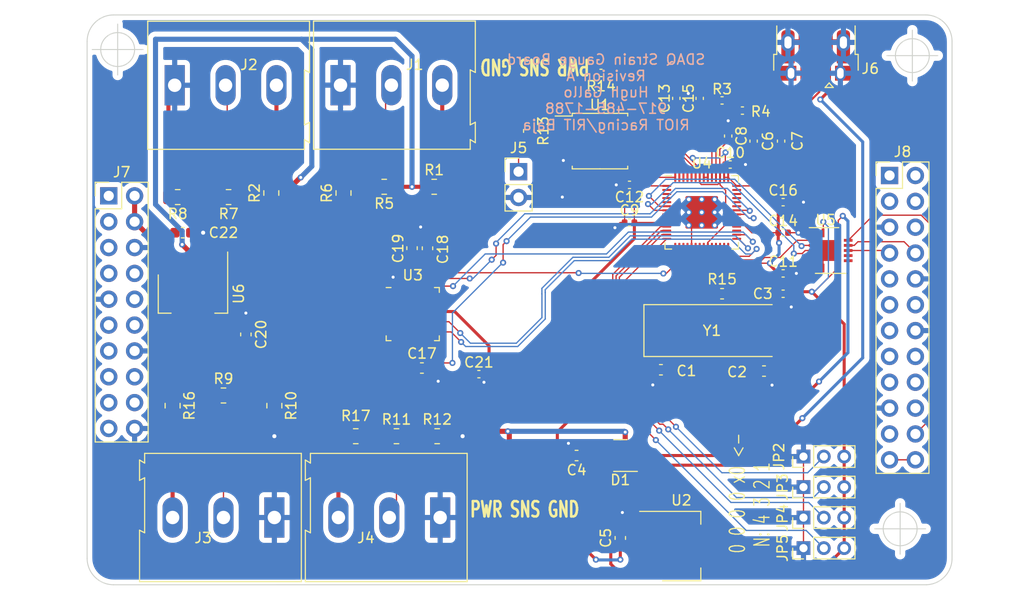
<source format=kicad_pcb>
(kicad_pcb (version 20211014) (generator pcbnew)
  (layers (0 "F.Cu" signal) (31 "B.Cu" mixed) (34 "B.Paste" user) (35 "F.Paste" user) (36 "B.SilkS" user "B.Silkscreen") (37 "F.SilkS" user "F.Silkscreen") (38 "B.Mask" user) (39 "F.Mask" user) (44 "Edge.Cuts" user))
  (net 0 "")
  (net 1 "+5V")
  (net 2 "GND")
  (net 3 "/XIN")
  (net 4 "Net-(C2-Pad1)")
  (net 5 "+3V3")
  (net 6 "+1V1")
  (net 7 "Net-(C18-Pad1)")
  (net 8 "/IN3+")
  (net 9 "Net-(J1-Pad3)")
  (net 10 "/IN2+")
  (net 11 "Net-(J2-Pad3)")
  (net 12 "/IN1+")
  (net 13 "Net-(J3-Pad3)")
  (net 14 "/IN0+")
  (net 15 "Net-(J4-Pad3)")
  (net 16 "/~{USB_BOOT}")
  (net 17 "/USB_D-")
  (net 18 "/USB_D+")
  (net 20 "/rpi_3v3")
  (net 21 "/rpi_5v")
  (net 22 "/sda2")
  (net 23 "/scl2")
  (net 24 "/rpi_gpio1")
  (net 25 "/uart_tx")
  (net 26 "/uart_rx")
  (net 27 "/spi2_ce1")
  (net 28 "/spi2_ce0")
  (net 29 "/rpi_gpio11")
  (net 30 "/rpi_gpio6")
  (net 31 "/rpi_gpio7")
  (net 32 "/3pi_3v3")
  (net 33 "/rpi_gpio8")
  (net 34 "/mosi")
  (net 35 "/miso")
  (net 36 "/rpi_gpio9")
  (net 37 "/sclk")
  (net 38 "/spi_ce0")
  (net 39 "/spi_ce1")
  (net 40 "/sda")
  (net 41 "/scl")
  (net 42 "/rpi_gpio2")
  (net 43 "/rpi_gpio3")
  (net 44 "/rpi_gpio4")
  (net 45 "/rpi_gpio5")
  (net 46 "/miso2_pwm")
  (net 47 "/spi2_ce2")
  (net 48 "/rpi_gpio10")
  (net 49 "/miso2")
  (net 50 "/sclk2")
  (net 52 "/reset")
  (net 53 "/vcc")
  (net 54 "/GPIO8")
  (net 55 "/GPIO9")
  (net 56 "/GPIO10")
  (net 57 "/GPIO11")
  (net 58 "/IN3-")
  (net 59 "/IN2-")
  (net 60 "/IN1-")
  (net 61 "/IN0-")
  (net 62 "/QSPI_SS")
  (net 63 "/XOUT")
  (net 64 "/QSPI_SD1")
  (net 65 "/QSPI_SD2")
  (net 66 "/QSPI_SD0")
  (net 67 "/QSPI_SCLK")
  (net 68 "/QSPI_SD3")
  (net 69 "/GPIO23")
  (net 70 "/GPIO4")
  (net 71 "/GPIO5")
  (net 72 "/GPIO18")
  (net 73 "/GPIO25")
  (net 74 "/GPIO6")
  (net 75 "/GPIO7")
  (net 76 "/GPIO19")
  (net 77 "/GPIO24")
  (net 78 "/GPIO17")
  (net 79 "/GPIO0")
  (net 80 "/GPIO1")
  (net 81 "/GPIO2")
  (net 82 "/GPIO3")
  (net 83 "/GPIO12")
  (net 84 "/GPIO13")
  (net 85 "/GPIO14")
  (net 86 "/GPIO15")
  (net 87 "/SWCLK")
  (net 88 "/SWD")
  (net 89 "/RUN")
  (net 90 "/GPIO16")
  (net 91 "/GPIO20")
  (net 92 "/GPIO21")
  (net 93 "/GPIO22")
  (net 94 "/GPIO26_ADC0")
  (net 95 "/GPIO27_ADC1")
  (net 96 "/GPIO28_ADC2")
  (net 97 "/GPIO29_ADC3")
  (net 98 "/USB_DR+")
  (net 99 "/USB_DR-")
  (net 100 "/REG_POWER")
  (net 101 "/VBUS")
  (footprint "Capacitor_SMD:C_0402_1005Metric" (layer "F.Cu") (at 163 62 180)
    (fp_text reference "R3")
    (fp_text value "27")
  )
  (footprint "Resistor_SMD:R_0805_2012Metric" (layer "F.Cu") (at 134.7075 70.49)
    (fp_text reference "R1")
    (fp_text value "350")
  )
  (footprint "Capacitor_SMD:C_0603_1608Metric" (layer "F.Cu") (at 133.5 88.3)
    (fp_text reference "C17")
    (fp_text value "47uF")
  )
  (footprint "Capacitor_SMD:C_0603_1608Metric" (layer "F.Cu") (at 156.99 88.47 180)
    (fp_text reference "C1")
    (fp_text value "27p")
  )
  (footprint "Resistor_SMD:R_0805_2012Metric" (layer "F.Cu") (at 118.7 71.1 90)
    (fp_text reference "R2")
    (fp_text value "350")
  )
  (footprint "Capacitor_SMD:C_0402_1005Metric" (layer "F.Cu") (at 169 75)
    (fp_text reference "C14")
    (fp_text value "100n")
  )
  (footprint "RP2040_minimal:USB_Micro-B_Amphenol_10103594-0001LF_Horizontal_modified" (layer "F.Cu") (at 172.2 56.3 180)
    (fp_text reference "J6")
    (fp_text value "USB_B_Micro")
  )
  (footprint "TerminalBlock:TerminalBlock_Altech_AK300-3_P5.00mm" (layer "F.Cu") (at 109.205 60.51)
    (fp_text reference "J2")
    (fp_text value "Screw_Terminal_01x03")
  )
  (footprint "Capacitor_SMD:C_0402_1005Metric" (layer "F.Cu") (at 151.1 59.3 180)
    (fp_text reference "R14")
    (fp_text value "DNF")
  )
  (footprint "Connector_PinHeader_2.54mm:PinHeader_1x02_P2.54mm_Vertical" (layer "F.Cu") (at 143 69)
    (fp_text reference "J5")
    (fp_text value "Conn_01x02")
  )
  (footprint "Capacitor_SMD:C_0402_1005Metric" (layer "F.Cu") (at 169 81)
    (fp_text reference "C3")
    (fp_text value "100n")
  )
  (footprint "Capacitor_SMD:C_0603_1608Metric" (layer "F.Cu") (at 167.12 88.6)
    (fp_text reference "C2")
    (fp_text value "27p")
  )
  (footprint "Connector_PinHeader_2.54mm:PinHeader_2x10_P2.54mm_Vertical" (layer "F.Cu") (at 102.725 71.38)
    (fp_text reference "J7")
    (fp_text value "Conn_02x10_Counter_Clockwise")
  )
  (footprint "Package_DFN_QFN:Texas_S-PVQFN-N14" (layer "F.Cu") (at 173.67 76.75)
    (fp_text reference "U5")
    (fp_text value "TXB0104RGY")
  )
  (footprint "Package_DFN_QFN:QFN-32-1EP_5x5mm_P0.5mm_EP3.45x3.45mm" (layer "F.Cu") (at 132.6 83)
    (fp_text reference "U3")
    (fp_text value "LTC2344IUH-16-PBF")
  )
  (footprint "Package_TO_SOT_SMD:SOT-23" (layer "F.Cu") (at 153 96.9 180)
    (fp_text reference "D1")
    (fp_text value "BAT54C")
  )
  (footprint "Capacitor_SMD:C_0603_1608Metric" (layer "F.Cu") (at 163 81)
    (fp_text reference "R15")
    (fp_text value "1k")
  )
  (footprint "Capacitor_SMD:C_0603_1608Metric" (layer "F.Cu") (at 153 105 90)
    (fp_text reference "C5")
    (fp_text value "10u")
  )
  (footprint "TerminalBlock:TerminalBlock_Altech_AK300-3_P5.00mm" (layer "F.Cu") (at 135.295 102.99 180)
    (fp_text reference "J4")
    (fp_text value "Screw_Terminal_01x03")
  )
  (footprint "Resistor_SMD:R_0805_2012Metric" (layer "F.Cu") (at 119 92 -90)
    (fp_text reference "R10")
    (fp_text value "350")
  )
  (footprint "Capacitor_SMD:C_0402_1005Metric" (layer "F.Cu") (at 158.5 61.8 90)
    (fp_text reference "C13")
    (fp_text value "100n")
  )
  (footprint "MountingHole:MountingHole_2.7mm_M2.5" (layer "F.Cu") (at 142 82)
    (fp_text reference "REF**" hide)
    (fp_text value "MountingHole_2.7mm_M2.5")
  )
  (footprint "Resistor_SMD:R_0805_2012Metric" (layer "F.Cu") (at 127 95 180)
    (fp_text reference "R17")
    (fp_text value "350")
  )
  (footprint "Capacitor_SMD:C_0603_1608Metric" (layer "F.Cu") (at 110 75)
    (fp_text reference "C22")
    (fp_text value "10u")
  )
  (footprint "Resistor_SMD:R_0805_2012Metric" (layer "F.Cu") (at 131 95)
    (fp_text reference "R11")
    (fp_text value "350")
  )
  (footprint "Connector_PinHeader_2.00mm:PinHeader_1x03_P2.00mm_Vertical" (layer "F.Cu") (at 171 100 90)
    (fp_text reference "JP3")
    (fp_text value "Jumper_3_Open")
  )
  (footprint "Resistor_SMD:R_0805_2012Metric" (layer "F.Cu") (at 109.5 71.5 180)
    (fp_text reference "R8")
    (fp_text value "350")
  )
  (footprint "Capacitor_SMD:C_0402_1005Metric" (layer "F.Cu") (at 153.9 70.3 180)
    (fp_text reference "C12")
    (fp_text value "100n")
  )
  (footprint "Capacitor_SMD:C_0402_1005Metric" (layer "F.Cu") (at 169 72)
    (fp_text reference "C16")
    (fp_text value "100n")
  )
  (footprint "Capacitor_SMD:C_0603_1608Metric" (layer "F.Cu") (at 116.2 85 90)
    (fp_text reference "C20")
    (fp_text value "22u")
  )
  (footprint "Package_SO:SOIC-8_5.23x5.23mm_P1.27mm" (layer "F.Cu") (at 151 66)
    (fp_text reference "U1")
    (fp_text value "W25Q128JVS")
  )
  (footprint "Resistor_SMD:R_0805_2012Metric" (layer "F.Cu") (at 114 91)
    (fp_text reference "R9")
    (fp_text value "350")
  )
  (footprint "TerminalBlock:TerminalBlock_Altech_AK300-3_P5.00mm" (layer "F.Cu") (at 119 102.99 180)
    (fp_text reference "J3")
    (fp_text value "Screw_Terminal_01x03")
  )
  (footprint "Resistor_SMD:R_0805_2012Metric" (layer "F.Cu") (at 114.5 71.5 180)
    (fp_text reference "R7")
    (fp_text value "350")
  )
  (footprint "Resistor_SMD:R_0805_2012Metric" (layer "F.Cu") (at 125.795 71.1 90)
    (fp_text reference "R6")
    (fp_text value "350")
  )
  (footprint "Resistor_SMD:R_0805_2012Metric" (layer "F.Cu") (at 135 95)
    (fp_text reference "R12")
    (fp_text value "350")
  )
  (footprint "Capacitor_SMD:C_0402_1005Metric" (layer "F.Cu") (at 160.8 61.8 90)
    (fp_text reference "C15")
    (fp_text value "100n")
  )
  (footprint "Capacitor_SMD:C_0603_1608Metric" (layer "F.Cu") (at 144 65 -90)
    (fp_text reference "R13")
    (fp_text value "1k")
  )
  (footprint "Connector_PinHeader_2.54mm:PinHeader_2x12_P2.54mm_Vertical" (layer "F.Cu") (at 179.46 69.38)
    (fp_text reference "J8")
    (fp_text value "Conn_02x12_Counter_Clockwise")
  )
  (footprint "Capacitor_SMD:C_0402_1005Metric" (layer "F.Cu") (at 165 63 180)
    (fp_text reference "R4")
    (fp_text value "27")
  )
  (footprint "TerminalBlock:TerminalBlock_Altech_AK300-3_P5.00mm" (layer "F.Cu") (at 125.5 60.5)
    (fp_text reference "J1")
    (fp_text value "Screw_Terminal_01x03")
  )
  (footprint "Connector_PinHeader_2.00mm:PinHeader_1x03_P2.00mm_Vertical" (layer "F.Cu") (at 171 103 90)
    (fp_text reference "JP4")
    (fp_text value "Jumper_3_Open")
  )
  (footprint "Resistor_SMD:R_0805_2012Metric" (layer "F.Cu") (at 109 92 -90)
    (fp_text reference "R16")
    (fp_text value "350")
  )
  (footprint "Capacitor_SMD:C_0402_1005Metric" (layer "F.Cu") (at 153.9 74 180)
    (fp_text reference "C9")
    (fp_text value "100n")
  )
  (footprint "Capacitor_SMD:C_0402_1005Metric" (layer "F.Cu") (at 163.8 68.3)
    (fp_text reference "C10")
    (fp_text value "1u")
  )
  (footprint "Resistor_SMD:R_0805_2012Metric" (layer "F.Cu") (at 129.795 70.49 180)
    (fp_text reference "R5")
    (fp_text value "350")
  )
  (footprint "Capacitor_SMD:C_0402_1005Metric" (layer "F.Cu") (at 139.1 88.9)
    (fp_text reference "C21")
    (fp_text value "100n")
  )
  (footprint "Capacitor_SMD:C_0402_1005Metric" (layer "F.Cu") (at 169 79)
    (fp_text reference "C11")
    (fp_text value "100n")
  )
  (footprint "Capacitor_SMD:C_0603_1608Metric" (layer "F.Cu") (at 134.05 76.53 90)
    (fp_text reference "C18")
    (fp_text value "2.2uF")
  )
  (footprint "Connector_PinHeader_2.00mm:PinHeader_1x03_P2.00mm_Vertical" (layer "F.Cu") (at 171 97 90)
    (fp_text reference "JP2")
    (fp_text value "Jumper_3_Open")
  )
  (footprint "Capacitor_SMD:C_0402_1005Metric" (layer "F.Cu") (at 166.1 66 -90)
    (fp_text reference "C6")
    (fp_text value "100n")
  )
  (footprint "Package_TO_SOT_SMD:SOT-223-3_TabPin2" (layer "F.Cu") (at 111 81 -90)
    (fp_text reference "U6")
    (fp_text value "AZ1117-5.0")
  )
  (footprint "Capacitor_SMD:C_0402_1005Metric" (layer "F.Cu") (at 168.8 66 -90)
    (fp_text reference "C7")
    (fp_text value "100n")
  )
  (footprint "Crystal:Crystal_SMD_HC49-SD" (layer "F.Cu") (at 162.02 84.62)
    (fp_text reference "Y1")
    (fp_text value "ABLS-12.000MHZ-B4-T")
  )
  (footprint "Package_TO_SOT_SMD:SOT-223-3_TabPin2" (layer "F.Cu") (at 159 105.8)
    (fp_text reference "U2")
    (fp_text value "NCP1117-3.3_SOT223")
  )
  (footprint "Capacitor_SMD:C_0603_1608Metric" (layer "F.Cu") (at 148.7 96.9 180)
    (fp_text reference "C4")
    (fp_text value "10u")
  )
  (footprint "RP2040_minimal:RP2040-QFN-56" (layer "F.Cu") (at 161 73)
    (fp_text reference "U4")
    (fp_text value "RP2040")
  )
  (footprint "Connector_PinHeader_2.00mm:PinHeader_1x03_P2.00mm_Vertical" (layer "F.Cu") (at 171 106 90)
    (fp_text reference "JP5")
    (fp_text value "Jumper_3_Open")
  )
  (footprint "Capacitor_SMD:C_0402_1005Metric" (layer "F.Cu") (at 163.6 65.5 90)
    (fp_text reference "C8")
    (fp_text value "1u")
  )
  (footprint "Capacitor_SMD:C_0603_1608Metric" (layer "F.Cu") (at 132.53 76.52 -90)
    (fp_text reference "C19")
    (fp_text value "0.1pF")
  )
  (gr_line (start 100.6 56.2) (end 100.6 107) (layer "Edge.Cuts") (width 0.1))
  (gr_line (start 103.2 109.6) (end 183.099926 109.598079) (layer "Edge.Cuts") (width 0.1))
  (gr_line (start 185.6 107) (end 185.6 56.2) (layer "Edge.Cuts") (width 0.1))
  (gr_arc (start 185.6 107) (mid 184.873441 108.80277) (end 183.099926 109.598079) (layer "Edge.Cuts") (width 0.1))
  (gr_arc (start 103.2 109.6) (mid 101.361522 108.838478) (end 100.6 107) (layer "Edge.Cuts") (width 0.1))
  (gr_arc (start 183 53.6) (mid 184.838478 54.361522) (end 185.6 56.2) (layer "Edge.Cuts") (width 0.1))
  (gr_arc (start 100.6 56.2) (mid 101.361522 54.361522) (end 103.2 53.6) (layer "Edge.Cuts") (width 0.1))
  (gr_line (start 183 53.6) (end 103.2 53.6) (layer "Edge.Cuts") (width 0.1))
  (gr_text "SDAQ Strain Gauge Board\nRevision A\nHugh Gallo\n917-485-1788\nRIOT Racing/RIT Baja" (at 151.6 61.2) (layer "B.SilkS") (effects (font (size 1 1)) (justify mirror)))
  (gr_text "PWR SNS GND" (at 143.6 102.2) (layer "F.SilkS") (effects (font (size 1.5 1) (thickness 0.25))))
  (gr_text "   0 0 0 0 x0 <-\nN: 4 3 2 1" (at 165.72 101.74 90) (layer "F.SilkS") (effects (font (size 1.5 1) (thickness 0.125))))
  (gr_text "PWR SNS GND" (at 144.6 58.7 180) (layer "F.SilkS") (effects (font (size 1.5 1) (thickness 0.25))))
  (target plus (at 103.6 57) (size 5) (width 0.1) (layer "Edge.Cuts"))
  (target plus (at 181.7 57.6) (size 5) (width 0.1) (layer "Edge.Cuts"))
  (target plus (at 180.5 104.1) (size 5) (width 0.1) (layer "Edge.Cuts"))
  (segment (start 132.35 87.925) (end 132.725 88.3) (width 0.2) (layer "F.Cu") (net 1))
  (segment (start 132.035 77.04) (end 130.97 77.04) (width 0.4) (layer "F.Cu") (net 1))
  (segment (start 130.0875 95) (end 127.9125 95) (width 0.4) (layer "F.Cu") (net 1))
  (segment (start 118.1875 71.5) (end 118.7 72.0125) (width 0.4) (layer "F.Cu") (net 1))
  (segment (start 113.0875 91) (end 111.15 91) (width 0.5) (layer "F.Cu") (net 1))
  (segment (start 113.15 86.3) (end 115.675 86.3) (width 0.5) (layer "F.Cu") (net 1))
  (segment (start 111.15 91) (end 109.0875 91) (width 0.5) (layer "F.Cu") (net 1))
  (segment (start 132.29 77.295) (end 132.53 77.295) (width 0.4) (layer "F.Cu") (net 1))
  (segment (start 121.59 69.57) (end 121.555 69.57) (width 0.5) (layer "F.Cu") (net 1))
  (segment (start 109.0875 91) (end 109 91.0875) (width 0.5) (layer "F.Cu") (net 1))
  (segment (start 115.4125 71.5) (end 118.1875 71.5) (width 0.4) (layer "F.Cu") (net 1))
  (segment (start 138.945 94.52) (end 132.725 88.3) (width 0.5) (layer "F.Cu") (net 1))
  (segment (start 111.15 105.31) (end 112.95 107.11) (width 0.5) (layer "F.Cu") (net 1))
  (segment (start 113.1 88) (end 113.1 90.9875) (width 0.5) (layer "F.Cu") (net 1))
  (segment (start 111.15 91) (end 111.15 105.31) (width 0.5) (layer "F.Cu") (net 1))
  (segment (start 130.7075 76.7875) (end 130.7075 70.49) (width 0.4) (layer "F.Cu") (net 1))
  (segment (start 141.947 94.52) (end 138.945 94.52) (width 0.5) (layer "F.Cu") (net 1))
  (segment (start 127.9125 105.1575) (end 127.9125 95) (width 0.5) (layer "F.Cu") (net 1))
  (segment (start 113.1 86.25) (end 113 86.15) (width 0.5) (layer "F.Cu") (net 1))
  (segment (start 131.85 80.5625) (end 131.85 77.975) (width 0.127) (layer "F.Cu") (net 1))
  (segment (start 132.53 70.49) (end 133.795 70.49) (width 0.4) (layer "F.Cu") (net 1))
  (segment (start 130.97 77.04) (end 130.96 77.04) (width 0.4) (layer "F.Cu") (net 1))
  (segment (start 142.09 107.14) (end 142.09 94.663) (width 0.5) (layer "F.Cu") (net 1))
  (segment (start 112.7 85.85) (end 113.15 86.3) (width 0.5) (layer "F.Cu") (net 1))
  (segment (start 111 84.15) (end 113 86.15) (width 0.5) (layer "F.Cu") (net 1))
  (segment (start 112.7 85.85) (end 111 84.15) (width 0.5) (layer "F.Cu") (net 1))
  (segment (start 113.1 88) (end 113.1 86.25) (width 0.5) (layer "F.Cu") (net 1))
  (segment (start 113.1 90.9875) (end 113.0875 91) (width 0.5) (layer "F.Cu") (net 1))
  (segment (start 130.7075 70.49) (end 132.53 70.49) (width 0.4) (layer "F.Cu") (net 1))
  (segment (start 125.96 107.11) (end 142.06 107.11) (width 0.5) (layer "F.Cu") (net 1))
  (segment (start 132.35 87.35) (end 132.35 87.925) (width 0.2) (layer "F.Cu") (net 1))
  (segment (start 111 84.15) (end 111 77.85) (width 0.5) (layer "F.Cu") (net 1))
  (segment (start 153.48 95.4925) (end 153.9375 95.95) (width 0.5) (layer "F.Cu") (net 1))
  (segment (start 153.48 94.6) (end 153.48 95.4925) (width 0.5) (layer "F.Cu") (net 1))
  (segment (start 132.35 85.4375) (end 132.35 87.35) (width 0.2) (layer "F.Cu") (net 1))
  (segment (start 111 77.85) (end 111 77.22) (width 0.5) (layer "F.Cu") (net 1))
  (segment (start 132.035 77.04) (end 132.29 77.295) (width 0.4) (layer "F.Cu") (net 1))
  (segment (start 131.85 77.975) (end 132.53 77.295) (width 0.127) (layer "F.Cu") (net 1))
  (segment (start 115.675 86.3) (end 116.2 85.775) (width 0.5) (layer "F.Cu") (net 1))
  (segment (start 132.53 77.295) (end 132.155 76.92) (width 0.127) (layer "F.Cu") (net 1))
  (segment (start 112.7 85.85) (end 113 86.15) (width 0.5) (layer "F.Cu") (net 1))
  (segment (start 112.95 107.11) (end 125.96 107.11) (width 0.5) (layer "F.Cu") (net 1))
  (segment (start 121.555 69.57) (end 119.1125 72.0125) (width 0.5) (layer "F.Cu") (net 1))
  (segment (start 142.06 107.11) (end 142.09 107.14) (width 0.5) (layer "F.Cu") (net 1))
  (segment (start 130.96 77.04) (end 130.7075 76.7875) (width 0.4) (layer "F.Cu") (net 1))
  (segment (start 130.97 77.04) (end 130.85 76.92) (width 0.4) (layer "F.Cu") (net 1))
  (segment (start 119.1125 72.0125) (end 118.7 72.0125) (width 0.5) (layer "F.Cu") (net 1))
  (segment (start 111 77.22) (end 109.94 76.16) (width 0.5) (layer "F.Cu") (net 1))
  (segment (start 142.09 94.663) (end 141.947 94.52) (width 0.5) (layer "F.Cu") (net 1))
  (segment (start 125.96 107.11) (end 127.9125 105.1575) (width 0.5) (layer "F.Cu") (net 1))
  (via (at 132.53 70.49) (size 0.6) (drill 0.3) (layers "F.Cu" "B.Cu") (net 1))
  (via (at 153.48 94.6) (size 0.6) (drill 0.3) (layers "F.Cu" "B.Cu") (net 1))
  (via (at 121.59 69.57) (size 0.6) (drill 0.3) (layers "F.Cu" "B.Cu") (net 1))
  (via (at 141.947 94.52) (size 0.6) (drill 0.3) (layers "F.Cu" "B.Cu") (net 1))
  (via (at 109.94 76.16) (size 0.6) (drill 0.3) (layers "F.Cu" "B.Cu") (net 1))
  (segment (start 132.53 57.64) (end 132.53 70.49) (width 0.5) (layer "B.Cu") (net 1))
  (segment (start 153.4 94.52) (end 141.947 94.52) (width 0.5) (layer "B.Cu") (net 1))
  (segment (start 121.59 69.57) (end 122.68 68.48) (width 0.5) (layer "B.Cu") (net 1))
  (segment (start 107.32 55.99) (end 121.67 55.99) (width 0.5) (layer "B.Cu") (net 1))
  (segment (start 107.32 72.22) (end 107.32 55.99) (width 0.5) (layer "B.Cu") (net 1))
  (segment (start 153.48 94.6) (end 153.4 94.52) (width 0.5) (layer "B.Cu") (net 1))
  (segment (start 130.88 55.99) (end 132.53 57.64) (width 0.5) (layer "B.Cu") (net 1))
  (segment (start 109.94 74.84) (end 107.32 72.22) (width 0.5) (layer "B.Cu") (net 1))
  (segment (start 122.68 68.48) (end 122.68 57) (width 0.5) (layer "B.Cu") (net 1))
  (segment (start 122.68 57) (end 121.67 55.99) (width 0.5) (layer "B.Cu") (net 1))
  (segment (start 109.94 76.16) (end 109.94 74.84) (width 0.5) (layer "B.Cu") (net 1))
  (segment (start 121.67 55.99) (end 130.88 55.99) (width 0.5) (layer "B.Cu") (net 1))
  (segment (start 170.3 79) (end 169.48 79) (width 0.127) (layer "F.Cu") (net 2))
  (segment (start 169.725 56.05) (end 169.475 56.3) (width 0.127) (layer "F.Cu") (net 2))
  (segment (start 139.58 89.68) (end 139.6 89.7) (width 0.127) (layer "F.Cu") (net 2))
  (segment (start 131.35 81.75) (end 132.6 83) (width 0.127) (layer "F.Cu") (net 2))
  (segment (start 153.2 104.025) (end 153.2 102.5) (width 0.127) (layer "F.Cu") (net 2))
  (segment (start 119 92.9125) (end 119 95) (width 0.127) (layer "F.Cu") (net 2))
  (segment (start 160 76.4375) (end 160 74.55) (width 0.127) (layer "F.Cu") (net 2))
  (segment (start 133.35 85.4375) (end 132.85 85.4375) (width 0.127) (layer "F.Cu") (net 2))
  (segment (start 133.375 74.44) (end 134.05 75.115) (width 0.127) (layer "F.Cu") (net 2))
  (segment (start 139.58 88.9) (end 139.58 89.68) (width 0.127) (layer "F.Cu") (net 2))
  (segment (start 169.775 82.275) (end 169.8 82.3) (width 0.127) (layer "F.Cu") (net 2))
  (segment (start 125.5 69.8925) (end 125.795 70.1875) (width 0.4) (layer "F.Cu") (net 2))
  (segment (start 155.85 103.7) (end 153.525 103.7) (width 0.127) (layer "F.Cu") (net 2))
  (segment (start 147.925 95.725) (end 147.9 95.7) (width 0.127) (layer "F.Cu") (net 2))
  (segment (start 116.2 84.225) (end 116.2 82.9) (width 0.4) (layer "F.Cu") (net 2))
  (segment (start 153 104.225) (end 153.2 104.025) (width 0.127) (layer "F.Cu") (net 2))
  (segment (start 171.2375 56.05) (end 169.725 56.05) (width 0.127) (layer "F.Cu") (net 2))
  (segment (start 171 100) (end 171 103) (width 0.127) (layer "F.Cu") (net 2))
  (segment (start 174.675 56.05) (end 174.925 56.3) (width 0.127) (layer "F.Cu") (net 2))
  (segment (start 153.525 103.7) (end 153 104.225) (width 0.127) (layer "F.Cu") (net 2))
  (segment (start 130.85 85.4375) (end 131.35 85.4375) (width 0.127) (layer "F.Cu") (net 2))
  (segment (start 109.205 60.51) (end 108.5875 61.1275) (width 0.4) (layer "F.Cu") (net 2))
  (segment (start 169.48 72) (end 171 72) (width 0.127) (layer "F.Cu") (net 2))
  (segment (start 134.3365 85.424) (end 134.3365 84.7365) (width 0.127) (layer "F.Cu") (net 2))
  (segment (start 108.5875 61.1275) (end 108.5875 71.5) (width 0.4) (layer "F.Cu") (net 2))
  (segment (start 133.35 83.75) (end 132.6 83) (width 0.127) (layer "F.Cu") (net 2))
  (segment (start 152.47 74.51) (end 152.98 74) (width 0.127) (layer "F.Cu") (net 2))
  (segment (start 166.1 66.48) (end 168.8 66.48) (width 0.127) (layer "F.Cu") (net 2))
  (segment (start 131.85 85.4375) (end 131.35 85.4375) (width 0.127) (layer "F.Cu") (net 2))
  (segment (start 134.275 88.775) (end 134.275 88.3) (width 0.127) (layer "F.Cu") (net 2))
  (segment (start 156.19 89.96) (end 156.215 89.935) (width 0.127) (layer "F.Cu") (net 2))
  (segment (start 134.05 75.115) (end 134.05 75.755) (width 0.127) (layer "F.Cu") (net 2))
  (segment (start 130.85 79.55) (end 130.67 79.37) (width 0.127) (layer "F.Cu") (net 2))
  (segment (start 135.1 89.6) (end 134.275 88.775) (width 0.127) (layer "F.Cu") (net 2))
  (segment (start 134.3365 84.7365) (end 132.6 83) (width 0.127) (layer "F.Cu") (net 2))
  (segment (start 169.48 75) (end 170.5 75) (width 0.127) (layer "F.Cu") (net 2))
  (segment (start 173.1625 56.05) (end 174.675 56.05) (width 0.127) (layer "F.Cu") (net 2))
  (segment (start 132.85 85.4375) (end 132.85 83.25) (width 0.127) (layer "F.Cu") (net 2))
  (segment (start 132.53 75.285) (end 132.53 75.745) (width 0.127) (layer "F.Cu") (net 2))
  (segment (start 167.91 89.98) (end 167.895 89.965) (width 0.127) (layer "F.Cu") (net 2))
  (segment (start 110.775 75) (end 112 75) (width 0.25) (layer "F.Cu") (net 2))
  (segment (start 131.85 85.4375) (end 131.85 83.75) (width 0.127) (layer "F.Cu") (net 2))
  (segment (start 171 100) (end 171 97) (width 0.127) (layer "F.Cu") (net 2))
  (segment (start 172.385 79.01) (end 170.31 79.01) (width 0.127) (layer "F.Cu") (net 2))
  (segment (start 135.9125 95) (end 137.5 95) (width 0.127) (layer "F.Cu") (net 2))
  (segment (start 167.895 89.965) (end 167.895 88.6) (width 0.127) (layer "F.Cu") (net 2))
  (segment (start 158.5 61.32) (end 159.68 61.32) (width 0.127) (layer "F.Cu") (net 2))
  (segment (start 113.3 76.3) (end 112 75) (width 0.25) (layer "F.Cu") (net 2))
  (segment (start 153.42 70.3) (end 152.6 70.3) (width 0.127) (layer "F.Cu") (net 2))
  (segment (start 166.1 67.5) (end 165.3 68.3) (width 0.127) (layer "F.Cu") (net 2))
  (segment (start 169.98 59.125) (end 169.775 59.33) (width 0.127) (layer "F.Cu") (net 2))
  (segment (start 172.92 78.475) (end 172.385 79.01) (width 0.127) (layer "F.Cu") (net 2))
  (segment (start 131.85 83.75) (end 132.6 83) (width 0.127) (layer "F.Cu") (net 2))
  (segment (start 163.6 65.02) (end 163.6 64) (width 0.127) (layer "F.Cu") (net 2))
  (segment (start 125.5 60.5) (end 125.5 69.8925) (width 0.4) (layer "F.Cu") (net 2))
  (segment (start 134.35 85.4375) (end 134.3365 85.424) (width 0.127) (layer "F.Cu") (net 2))
  (segment (start 173.67 76.75) (end 172.92 77.5) (width 0.127) (layer "F.Cu") (net 2))
  (segment (start 131.35 80.5625) (end 130.85 80.5625) (width 0.127) (layer "F.Cu") (net 2))
  (segment (start 131.35 80.5625) (end 131.35 81.75) (width 0.127) (layer "F.Cu") (net 2))
  (segment (start 135.0375 83.25) (end 132.85 83.25) (width 0.127) (layer "F.Cu") (net 2))
  (segment (start 133.375 74.44) (end 132.53 75.285) (width 0.127) (layer "F.Cu") (net 2))
  (segment (start 169.775 81) (end 169.775 82.275) (width 0.127) (layer "F.Cu") (net 2))
  (segment (start 130.85 80.5625) (end 130.85 79.55) (width 0.127) (layer "F.Cu") (net 2))
  (segment (start 133.35 85.4375) (end 133.35 83.75) (width 0.127) (layer "F.Cu") (net 2))
  (segment (start 170.9 59.125) (end 169.98 59.125) (width 0.127) (layer "F.Cu") (net 2))
  (segment (start 156.215 89.935) (end 156.215 88.47) (width 0.127) (layer "F.Cu") (net 2))
  (segment (start 170.31 79.01) (end 170.3 79) (width 0.127) (layer "F.Cu") (net 2))
  (segment (start 172.92 77.5) (end 172.92 78.475) (width 0.127) (layer "F.Cu") (net 2))
  (segment (start 164.28 68.3) (end 165.3 68.3) (width 0.127) (layer "F.Cu") (net 2))
  (segment (start 143 71.54) (end 147.26 71.54) (width 0.127) (layer "F.Cu") (net 2))
  (segment (start 147.925 96.9) (end 147.925 95.725) (width 0.127) (layer "F.Cu") (net 2))
  (segment (start 113.3 77.85) (end 113.3 76.3) (width 0.25) (layer "F.Cu") (net 2))
  (segment (start 132.35 82.75) (end 132.6 83) (width 0.127) (layer "F.Cu") (net 2))
  (segment (start 160 74.55) (end 159.725 74.275) (width 0.127) (layer "F.Cu") (net 2))
  (segment (start 152.98 74) (end 153.42 74) (width 0.127) (layer "F.Cu") (net 2))
  (segment (start 166.1 66.48) (end 166.1 67.5) (width 0.127) (layer "F.Cu") (net 2))
  (segment (start 160.8 61.32) (end 159.68 61.32) (width 0.127) (layer "F.Cu") (net 2))
  (segment (start 147.26 71.54) (end 147.3 71.5) (width 0.127) (layer "F.Cu") (net 2))
  (segment (start 132.85 83.25) (end 132.6 83) (width 0.127) (layer "F.Cu") (net 2))
  (segment (start 171 106) (end 171 103) (width 0.127) (layer "F.Cu") (net 2))
  (segment (start 153.42 74) (end 153.42 70.3) (width 0.127) (layer "F.Cu") (net 2))
  (segment (start 132.35 80.5625) (end 132.35 82.75) (width 0.127) (layer "F.Cu") (net 2))
  (via (at 169.8 82.3) (size 0.6) (drill 0.3) (layers "F.Cu" "B.Cu") (net 2))
  (via (at 152.6 70.3) (size 0.6) (drill 0.3) (layers "F.Cu" "B.Cu") (net 2))
  (via (at 159.68 61.32) (size 0.6) (drill 0.3) (layers "F.Cu" "B.Cu") (net 2))
  (via (at 112 75) (size 0.8) (drill 0.4) (layers "F.Cu" "B.Cu") (net 2))
  (via (at 139.6 89.7) (size 0.6) (drill 0.3) (layers "F.Cu" "B.Cu") (net 2))
  (via (at 130.67 79.37) (size 0.6) (drill 0.3) (layers "F.Cu" "B.Cu") (net 2))
  (via (at 137.5 95) (size 0.8) (drill 0.4) (layers "F.Cu" "B.Cu") (net 2))
  (via (at 153.2 102.5) (size 0.6) (drill 0.3) (layers "F.Cu" "B.Cu") (net 2))
  (via (at 170.3 79) (size 0.6) (drill 0.3) (layers "F.Cu" "B.Cu") (net 2))
  (via (at 119 95) (size 0.8) (drill 0.4) (layers "F.Cu" "B.Cu") (net 2))
  (via (at 133.375 74.44) (size 0.6) (drill 0.3) (layers "F.Cu" "B.Cu") (net 2))
  (via (at 171 72) (size 0.6) (drill 0.3) (layers "F.Cu" "B.Cu") (net 2))
  (via (at 135.1 89.6) (size 0.6) (drill 0.3) (layers "F.Cu" "B.Cu") (net 2))
  (via (at 156.19 89.96) (size 0.6) (drill 0.3) (layers "F.Cu" "B.Cu") (net 2))
  (via (at 147.3 71.5) (size 0.6) (drill 0.3) (layers "F.Cu" "B.Cu") (net 2))
  (via (at 170.5 75) (size 0.6) (drill 0.3) (layers "F.Cu" "B.Cu") (net 2))
  (via (at 152.47 74.51) (size 0.6) (drill 0.3) (layers "F.Cu" "B.Cu") (net 2))
  (via (at 165.3 68.3) (size 0.6) (drill 0.3) (layers "F.Cu" "B.Cu") (net 2))
  (via (at 116.2 82.9) (size 0.6) (drill 0.3) (layers "F.Cu" "B.Cu") (net 2))
  (via (at 147.4 67.9) (size 0.6) (drill 0.3) (layers "F.Cu" "B.Cu") (net 2))
  (via (at 163.6 64) (size 0.6) (drill 0.3) (layers "F.Cu" "B.Cu") (net 2))
  (via (at 167.91 89.98) (size 0.6) (drill 0.3) (layers "F.Cu" "B.Cu") (net 2))
  (via (at 147.9 95.7) (size 0.6) (drill 0.3) (layers "F.Cu" "B.Cu") (net 2))
  (segment (start 147.4 71.4) (end 147.4 67.9) (width 0.127) (layer "B.Cu") (net 2))
  (segment (start 147.3 71.5) (end 147.4 71.4) (width 0.127) (layer "B.Cu") (net 2))
  (segment (start 157.77 84.62) (end 160.4 81.99) (width 0.127) (layer "F.Cu") (net 3))
  (segment (start 157.77 88.465) (end 157.77 84.62) (width 0.127) (layer "F.Cu") (net 3))
  (segment (start 160.4 81.99) (end 160.4 76.4375) (width 0.127) (layer "F.Cu") (net 3))
  (segment (start 157.765 88.47) (end 157.77 88.465) (width 0.127) (layer "F.Cu") (net 3))
  (segment (start 163.775 81) (end 166.27 83.495) (width 0.127) (layer "F.Cu") (net 4))
  (segment (start 166.27 88.525) (end 166.27 84.62) (width 0.127) (layer "F.Cu") (net 4))
  (segment (start 166.27 83.495) (end 166.27 84.62) (width 0.127) (layer "F.Cu") (net 4))
  (segment (start 166.345 88.6) (end 166.27 88.525) (width 0.127) (layer "F.Cu") (net 4))
  (segment (start 175 83.98) (end 171.82 80.8) (width 0.3) (layer "F.Cu") (net 5))
  (segment (start 169.822965 80.34) (end 168.96 80.34) (width 0.3) (layer "F.Cu") (net 5))
  (segment (start 148.03 83.24) (end 149.87 81.4) (width 0.3) (layer "F.Cu") (net 5))
  (segment (start 157.5625 74) (end 154.38 74) (width 0.127) (layer "F.Cu") (net 5))
  (segment (start 158.5265 66.408144) (end 158.5265 64.7735) (width 0.127) (layer "F.Cu") (net 5))
  (segment (start 170.282965 80.8) (end 169.822965 80.34) (width 0.3) (layer "F.Cu") (net 5))
  (segment (start 149.35 83.69) (end 148.9 83.24) (width 0.3) (layer "F.Cu") (net 5))
  (segment (start 175 97) (end 175 100) (width 0.3) (layer "F.Cu") (net 5))
  (segment (start 154.6 62.327609) (end 154.6 64.095) (width 0.25) (layer "F.Cu") (net 5))
  (segment (start 168.52 75.92) (end 168.52 75) (width 0.3) (layer "F.Cu") (net 5))
  (segment (start 163.32 68.3) (end 163.32 67.132602) (width 0.127) (layer "F.Cu") (net 5))
  (segment (start 148.9 83.24) (end 148 83.24) (width 0.3) (layer "F.Cu") (net 5))
  (segment (start 162 78) (end 161.2 77.2) (width 0.127) (layer "F.Cu") (net 5))
  (segment (start 148 83.24) (end 143 88.24) (width 0.3) (layer "F.Cu") (net 5))
  (segment (start 163.6 69.5625) (end 163.2 69.5625) (width 0.127) (layer "F.Cu") (net 5))
  (segment (start 153.225 106) (end 155.85 106) (width 0.3) (layer "F.Cu") (net 5))
  (segment (start 149.87 81.4) (end 149.87 80.091742) (width 0.3) (layer "F.Cu") (net 5))
  (segment (start 161.2 69.081644) (end 161.2 69.5625) (width 0.127) (layer "F.Cu") (net 5))
  (segment (start 167.7 77.9995) (end 167.6995 78) (width 0.127) (layer "F.Cu") (net 5))
  (segment (start 167.7 77.9995) (end 167.7 78.18) (width 0.3) (layer "F.Cu") (net 5))
  (segment (start 173.512574 107.487426) (end 163.637426 107.487426) (width 0.3) (layer "F.Cu") (net 5))
  (segment (start 164.4375 70.4) (end 166.92 70.4) (width 0.127) (layer "F.Cu") (net 5))
  (segment (start 158.5265 64.7735) (end 160.8 62.5) (width 0.127) (layer "F.Cu") (net 5))
  (segment (start 151.58 59.3) (end 151.58 59.307609) (width 0.25) (layer "F.Cu") (net 5))
  (segment (start 172.95 74.995) (end 172.92 75.025) (width 0.127) (layer "F.Cu") (net 5))
  (segment (start 154.38 75.581742) (end 154.38 74) (width 0.3) (layer "F.Cu") (net 5))
  (segment (start 153 105.775) (end 153 107.13) (width 0.3) (layer "F.Cu") (net 5))
  (segment (start 163.637426 107.487426) (end 162.15 106) (width 0.3) (layer "F.Cu") (net 5))
  (segment (start 160.106056 67.653944) (end 160.106056 67.9877) (width 0.127) (layer "F.Cu") (net 5))
  (segment (start 168.52 80.78) (end 168.52 81) (width 0.3) (layer "F.Cu") (net 5))
  (segment (start 149.87 80.091742) (end 154.38 75.581742) (width 0.3) (layer "F.Cu") (net 5))
  (segment (start 136.725443 82.75) (end 135.0375 82.75) (width 0.3) (layer "F.Cu") (net 5))
  (segment (start 138.62 88.857035) (end 138.62 88.9) (width 0.3) (layer "F.Cu") (net 5))
  (segment (start 149.35 92.05) (end 149.35 83.69) (width 0.3) (layer "F.Cu") (net 5))
  (segment (start 163.32 68.3) (end 163.2 68.42) (width 0.127) (layer "F.Cu") (net 5))
  (segment (start 158.5265 66.408144) (end 158.5265 62.3065) (width 0.127) (layer "F.Cu") (net 5))
  (segment (start 139.237035 88.24) (end 138.62 88.857035) (width 0.3) (layer "F.Cu") (net 5))
  (segment (start 148 83.24) (end 148.03 83.24) (width 0.3) (layer "F.Cu") (net 5))
  (segment (start 175 88.9) (end 175 83.98) (width 0.3) (layer "F.Cu") (net 5))
  (segment (start 163.32 67.132602) (end 163.3395 67.113102) (width 0.127) (layer "F.Cu") (net 5))
  (segment (start 160.106056 67.9877) (end 160.727 68.608644) (width 0.127) (layer "F.Cu") (net 5))
  (segment (start 161.2 69.5625) (end 161.6 69.5625) (width 0.127) (layer "F.Cu") (net 5))
  (segment (start 175 106) (end 173.512574 107.487426) (width 0.3) (layer "F.Cu") (net 5))
  (segment (start 160.727 68.627) (end 160.9615 68.8615) (width 0.127) (layer "F.Cu") (net 5))
  (segment (start 165.918356 75) (end 164.918356 74) (width 0.127) (layer "F.Cu") (net 5))
  (segment (start 140.1 86.124557) (end 136.725443 82.75) (width 0.3) (layer "F.Cu") (net 5))
  (segment (start 172.07 80.8) (end 174.395 78.475) (width 0.127) (layer "F.Cu") (net 5))
  (segment (start 146.81 94.59) (end 149.35 92.05) (width 0.3) (layer "F.Cu") (net 5))
  (segment (start 160.9615 68.8615) (end 160.979856 68.8615) (width 0.127) (layer "F.Cu") (net 5))
  (segment (start 168.6 76) (end 168.52 75.92) (width 0.127) (layer "F.Cu") (net 5))
  (segment (start 158.5265 66.408144) (end 161.2 69.081644) (width 0.127) (layer "F.Cu") (net 5))
  (segment (start 151.58 59.307609) (end 154.6 62.327609) (width 0.25) (layer "F.Cu") (net 5))
  (segment (start 155.85 106) (end 162.15 106) (width 0.3) (layer "F.Cu") (net 5))
  (segment (start 160.8 62.5) (end 160.8 62.28) (width 0.127) (layer "F.Cu") (net 5))
  (segment (start 168.52 81) (end 168.52 79) (width 0.3) (layer "F.Cu") (net 5))
  (segment (start 143 88.24) (end 139.237035 88.24) (width 0.3) (layer "F.Cu") (net 5))
  (segment (start 150.6 107.13) (end 146.81 103.34) (width 0.3) (layer "F.Cu") (net 5))
  (segment (start 160.727 68.608644) (end 160.727 68.627) (width 0.127) (layer "F.Cu") (net 5))
  (segment (start 168.52 75) (end 165.918356 75) (width 0.127) (layer "F.Cu") (net 5))
  (segment (start 154.38 74) (end 154.38 70.3) (width 0.127) (layer "F.Cu") (net 5))
  (segment (start 167.6995 78) (end 162 78) (width 0.127) (layer "F.Cu") (net 5))
  (segment (start 175 100) (end 175 103) (width 0.3) (layer "F.Cu") (net 5))
  (segment (start 175 106) (end 175 103) (width 0.3) (layer "F.Cu") (net 5))
  (segment (start 158.452391 62.327609) (end 158.5 62.28) (width 0.25) (layer "F.Cu") (net 5))
  (segment (start 160.979856 68.8615) (end 161.2 69.081644) (width 0.127) (layer "F.Cu") (net 5))
  (segment (start 154.6 62.327609) (end 158.452391 62.327609) (width 0.25) (layer "F.Cu") (net 5))
  (segment (start 174.395 78.475) (end 174.42 78.475) (width 0.127) (layer "F.Cu") (net 5))
  (segment (start 146.81 103.34) (end 146.81 94.59) (width 0.3) (layer "F.Cu") (net 5))
  (segment (start 153 105.775) (end 153.225 106) (width 0.3) (layer "F.Cu") (net 5))
  (segment (start 140.1 87.42) (end 140.1 86.124557) (width 0.3) (layer "F.Cu") (net 5))
  (segment (start 171.82 80.8) (end 170.282965 80.8) (width 0.3) (layer "F.Cu") (net 5))
  (segment (start 158.5265 62.3065) (end 158.5 62.28) (width 0.127) (layer "F.Cu") (net 5))
  (segment (start 157.5625 70.4) (end 154.48 70.4) (width 0.127) (layer "F.Cu") (net 5))
  (segment (start 166.92 70.4) (end 168.52 72) (width 0.127) (layer "F.Cu") (net 5))
  (segment (start 168.96 80.34) (end 168.52 80.78) (width 0.3) (layer "F.Cu") (net 5))
  (segment (start 139.237035 88.24) (end 139.28 88.24) (width 0.3) (layer "F.Cu") (net 5))
  (segment (start 163.2 68.42) (end 163.2 69.5625) (width 0.127) (layer "F.Cu") (net 5))
  (segment (start 154.48 70.4) (end 154.38 70.3) (width 0.127) (layer "F.Cu") (net 5))
  (segment (start 139.28 88.24) (end 140.1 87.42) (width 0.3) (layer "F.Cu") (net 5))
  (segment (start 164.918356 74) (end 164.4375 74) (width 0.127) (layer "F.Cu") (net 5))
  (segment (start 163.6 69.5625) (end 164.4375 70.4) (width 0.127) (layer "F.Cu") (net 5))
  (segment (start 172.95 73.94) (end 172.95 74.995) (width 0.127) (layer "F.Cu") (net 5))
  (segment (start 167.7 78.18) (end 168.52 79) (width 0.3) (layer "F.Cu") (net 5))
  (segment (start 161.2 77.2) (end 161.2 76.4375) (width 0.127) (layer "F.Cu") (net 5))
  (segment (start 171.82 80.8) (end 172.07 80.8) (width 0.127) (layer "F.Cu") (net 5))
  (segment (start 175 97) (end 175 88.9) (width 0.3) (layer "F.Cu") (net 5))
  (segment (start 168.52 72) (end 168.52 75) (width 0.3) (layer "F.Cu") (net 5))
  (via (at 153 107.13) (size 0.6) (drill 0.3) (layers "F.Cu" "B.Cu") (net 5))
  (via (at 171.82 80.8) (size 0.6) (drill 0.3) (layers "F.Cu" "B.Cu") (net 5))
  (via (at 168.6 76) (size 0.6) (drill 0.3) (layers "F.Cu" "B.Cu") (net 5))
  (via (at 172.95 73.94) (size 0.6) (drill 0.3) (layers "F.Cu" "B.Cu") (net 5))
  (via (at 150.6 107.13) (size 0.6) (drill 0.3) (layers "F.Cu" "B.Cu") (net 5))
  (via (at 167.7 77.9995) (size 0.6) (drill 0.3) (layers "F.Cu" "B.Cu") (net 5))
  (via (at 163.3395 67.113102) (size 0.6) (drill 0.3) (layers "F.Cu" "B.Cu") (net 5))
  (via (at 160.106056 67.653944) (size 0.6) (drill 0.3) (layers "F.Cu" "B.Cu") (net 5))
  (segment (start 152.97 107.16) (end 153 107.13) (width 0.3) (layer "B.Cu") (net 5))
  (segment (start 173.45 79.41) (end 172.06 80.8) (width 0.127) (layer "B.Cu") (net 5))
  (segment (start 172.95 73.94) (end 173.45 74.44) (width 0.127) (layer "B.Cu") (net 5))
  (segment (start 162.798658 67.653944) (end 163.3395 67.113102) (width 0.127) (layer "B.Cu") (net 5))
  (segment (start 167.7 77.9995) (end 168.6 77.0995) (width 0.3) (layer "B.Cu") (net 5))
  (segment (start 160.106056 67.653944) (end 162.798658 67.653944) (width 0.127) (layer "B.Cu") (net 5))
  (segment (start 172.06 80.8) (end 171.82 80.8) (width 0.127) (layer "B.Cu") (net 5))
  (segment (start 150.63 107.16) (end 152.97 107.16) (width 0.3) (layer "B.Cu") (net 5))
  (segment (start 173.45 74.44) (end 173.45 79.41) (width 0.127) (layer "B.Cu") (net 5))
  (segment (start 168.6 77.0995) (end 168.6 76) (width 0.3) (layer "B.Cu") (net 5))
  (segment (start 150.6 107.13) (end 150.63 107.16) (width 0.3) (layer "B.Cu") (net 5))
  (segment (start 161.6 75.956644) (end 163.35103 74.205614) (width 0.127) (layer "F.Cu") (net 6))
  (segment (start 166.1 65.52) (end 164.06 65.52) (width 0.127) (layer "F.Cu") (net 6))
  (segment (start 162.8 69.5625) (end 162.8 70.043356) (width 0.127) (layer "F.Cu") (net 6))
  (segment (start 160.9635 70.2635) (end 160.8 70.1) (width 0.127) (layer "F.Cu") (net 6))
  (segment (start 163.35103 74.205614) (end 163.35103 70.85103) (width 0.127) (layer "F.Cu") (net 6))
  (segment (start 160.8 70.1) (end 160.8 69.5625) (width 0.127) (layer "F.Cu") (net 6))
  (segment (start 164.06 65.52) (end 163.6 65.98) (width 0.127) (layer "F.Cu") (net 6))
  (segment (start 166.1 65.52) (end 168.8 65.52) (width 0.127) (layer "F.Cu") (net 6))
  (segment (start 162.7765 69.539) (end 162.7765 66.8035) (width 0.127) (layer "F.Cu") (net 6))
  (segment (start 162.579856 70.2635) (end 160.9635 70.2635) (width 0.127) (layer "F.Cu") (net 6))
  (segment (start 163.35103 70.85103) (end 162.8 70.3) (width 0.127) (layer "F.Cu") (net 6))
  (segment (start 161.6 76.4375) (end 161.6 75.956644) (width 0.127) (layer "F.Cu") (net 6))
  (segment (start 162.8 69.5625) (end 162.7765 69.539) (width 0.127) (layer "F.Cu") (net 6))
  (segment (start 162.8 70.3) (end 162.8 69.5625) (width 0.127) (layer "F.Cu") (net 6))
  (segment (start 162.8 70.043356) (end 162.579856 70.2635) (width 0.127) (layer "F.Cu") (net 6))
  (segment (start 162.7765 66.8035) (end 163.6 65.98) (width 0.127) (layer "F.Cu") (net 6))
  (segment (start 162.7635 69.526) (end 162.8 69.5625) (width 0.127) (layer "F.Cu") (net 6))
  (segment (start 132.85 78.505) (end 134.05 77.305) (width 0.127) (layer "F.Cu") (net 7))
  (segment (start 132.85 80.5625) (end 132.85 78.505) (width 0.127) (layer "F.Cu") (net 7))
  (segment (start 125.210834 74.495) (end 125.795 74.495) (width 0.127) (layer "F.Cu") (net 8))
  (segment (start 126.095 76.895) (end 126.379166 76.895) (width 0.127) (layer "F.Cu") (net 8))
  (segment (start 126.379166 75.095) (end 125.795 75.095) (width 0.127) (layer "F.Cu") (net 8))
  (segment (start 128.8825 70.49) (end 127.3175 70.49) (width 0.4) (layer "F.Cu") (net 8))
  (segment (start 129.173 81.75) (end 130.1625 81.75) (width 0.127) (layer "F.Cu") (net 8))
  (segment (start 125.795 75.695) (end 126.379166 75.695) (width 0.127) (layer "F.Cu") (net 8))
  (segment (start 126.379166 76.295) (end 125.795 76.295) (width 0.127) (layer "F.Cu") (net 8))
  (segment (start 125.795 75.095) (end 125.210834 75.095) (width 0.127) (layer "F.Cu") (net 8))
  (segment (start 125.795 78.372) (end 129.173 81.75) (width 0.127) (layer "F.Cu") (net 8))
  (segment (start 125.795 72.0125) (end 125.795 73.595) (width 0.127) (layer "F.Cu") (net 8))
  (segment (start 125.795 77.795) (end 125.795 78.372) (width 0.127) (layer "F.Cu") (net 8))
  (segment (start 125.795 76.295) (end 125.210834 76.295) (width 0.127) (layer "F.Cu") (net 8))
  (segment (start 127.3175 70.49) (end 125.795 72.0125) (width 0.4) (layer "F.Cu") (net 8))
  (segment (start 125.795 74.495) (end 126.379166 74.495) (width 0.127) (layer "F.Cu") (net 8))
  (segment (start 125.495 73.895) (end 125.210834 73.895) (width 0.127) (layer "F.Cu") (net 8))
  (segment (start 125.210834 75.695) (end 125.795 75.695) (width 0.127) (layer "F.Cu") (net 8))
  (segment (start 125.210834 76.895) (end 126.095 76.895) (width 0.127) (layer "F.Cu") (net 8))
  (segment (start 126.379166 77.495) (end 126.095 77.495) (width 0.127) (layer "F.Cu") (net 8))
  (arc (start 125.210834 73.895) (mid 124.998702 73.982868) (end 124.910834 74.195) (width 0.127) (layer "F.Cu") (net 8))
  (arc (start 126.095 77.495) (mid 125.882868 77.582868) (end 125.795 77.795) (width 0.127) (layer "F.Cu") (net 8))
  (arc (start 124.910834 76.595) (mid 124.998702 76.807132) (end 125.210834 76.895) (width 0.127) (layer "F.Cu") (net 8))
  (arc (start 125.210834 75.095) (mid 124.998702 75.182868) (end 124.910834 75.395) (width 0.127) (layer "F.Cu") (net 8))
  (arc (start 125.795 73.595) (mid 125.707132 73.807132) (end 125.495 73.895) (width 0.127) (layer "F.Cu") (net 8))
  (arc (start 124.910834 75.395) (mid 124.998702 75.607132) (end 125.210834 75.695) (width 0.127) (layer "F.Cu") (net 8))
  (arc (start 126.679166 75.995) (mid 126.591298 76.207132) (end 126.379166 76.295) (width 0.127) (layer "F.Cu") (net 8))
  (arc (start 126.379166 74.495) (mid 126.591298 74.582868) (end 126.679166 74.795) (width 0.127) (layer "F.Cu") (net 8))
  (arc (start 126.679166 77.195) (mid 126.591298 77.407132) (end 126.379166 77.495) (width 0.127) (layer "F.Cu") (net 8))
  (arc (start 126.379166 75.695) (mid 126.591298 75.782868) (end 126.679166 75.995) (width 0.127) (layer "F.Cu") (net 8))
  (arc (start 125.210834 76.295) (mid 124.998702 76.382868) (end 124.910834 76.595) (width 0.127) (layer "F.Cu") (net 8))
  (arc (start 126.379166 76.895) (mid 126.591298 76.982868) (end 126.679166 77.195) (width 0.127) (layer "F.Cu") (net 8))
  (arc (start 126.679166 74.795) (mid 126.591298 75.007132) (end 126.379166 75.095) (width 0.127) (layer "F.Cu") (net 8))
  (arc (start 124.910834 74.195) (mid 124.998702 74.407132) (end 125.210834 74.495) (width 0.127) (layer "F.Cu") (net 8))
  (segment (start 135.62 70.49) (end 135.5 70.37) (width 0.127) (layer "F.Cu") (net 9))
  (segment (start 135.5 70.37) (end 135.5 60.5) (width 0.4) (layer "F.Cu") (net 9))
  (segment (start 120.530148 78.954412) (end 120.530147 78.954412) (width 0.127) (layer "F.Cu") (net 10))
  (segment (start 118.135135 77.106779) (end 118.135135 77.106778) (width 0.127) (layer "F.Cu") (net 10))
  (segment (start 118.983664 77.955308) (end 118.983664 77.955307) (width 0.127) (layer "F.Cu") (net 10))
  (segment (start 120.530147 78.954412) (end 120.256458 79.228102) (width 0.127) (layer "F.Cu") (net 10))
  (segment (start 120.954412 78.954412) (end 120.954413 78.954413) (width 0.127) (layer "F.Cu") (net 10))
  (segment (start 117.286606 76.258249) (end 117.560296 75.98456) (width 0.127) (layer "F.Cu") (net 10))
  (segment (start 121.529251 80.500895) (end 121.529251 80.500894) (width 0.127) (layer "F.Cu") (net 10))
  (segment (start 123.075734 81.499999) (end 122.802045 81.773689) (width 0.127) (layer "F.Cu") (net 10))
  (segment (start 110.4125 71.5) (end 113.5875 71.5) (width 0.4) (layer "F.Cu") (net 10))
  (segment (start 119.681618 78.105883) (end 119.407929 78.379573) (width 0.127) (layer "F.Cu") (net 10))
  (segment (start 124.75 82.75) (end 123.5 81.5) (width 0.127) (layer "F.Cu") (net 10))
  (segment (start 118.983664 77.955307) (end 119.257354 77.681618) (width 0.127) (layer "F.Cu") (net 10))
  (segment (start 122.227205 80.65147) (end 121.953516 80.92516) (width 0.127) (layer "F.Cu") (net 10))
  (segment (start 120.680722 79.652366) (end 120.680722 79.652365) (width 0.127) (layer "F.Cu") (net 10))
  (segment (start 119.832193 78.803836) (end 120.105883 78.530147) (width 0.127) (layer "F.Cu") (net 10))
  (segment (start 121.378676 79.802941) (end 121.104987 80.076631) (width 0.127) (layer "F.Cu") (net 10))
  (segment (start 119.257354 77.257354) (end 119.257355 77.257355) (width 0.127) (layer "F.Cu") (net 10))
  (segment (start 117.560297 75.560297) (end 113.5875 71.5875) (width 0.127) (layer "F.Cu") (net 10))
  (segment (start 123.075735 81.499999) (end 123.075734 81.499999) (width 0.127) (layer "F.Cu") (net 10))
  (segment (start 117.286606 76.25825) (end 117.286606 76.258249) (width 0.127) (layer "F.Cu") (net 10))
  (segment (start 121.378677 79.802941) (end 121.378676 79.802941) (width 0.127) (layer "F.Cu") (net 10))
  (segment (start 119.832193 78.803837) (end 119.832193 78.803836) (width 0.127) (layer "F.Cu") (net 10))
  (segment (start 118.833089 77.257354) (end 118.5594 77.531044) (width 0.127) (layer "F.Cu") (net 10))
  (segment (start 118.135135 77.106778) (end 118.408825 76.833089) (width 0.127) (layer "F.Cu") (net 10))
  (segment (start 118.83309 77.257354) (end 118.833089 77.257354) (width 0.127) (layer "F.Cu") (net 10))
  (segment (start 117.98456 76.408825) (end 117.710871 76.682515) (width 0.127) (layer "F.Cu") (net 10))
  (segment (start 120.105883 78.105883) (end 120.105884 78.105884) (width 0.127) (layer "F.Cu") (net 10))
  (segment (start 122.37778 81.349423) (end 122.65147 81.075734) (width 0.127) (layer "F.Cu") (net 10))
  (segment (start 118.408825 76.408825) (end 118.408826 76.408826) (width 0.127) (layer "F.Cu") (net 10))
  (segment (start 121.529251 80.500894) (end 121.802941 80.227205) (width 0.127) (layer "F.Cu") (net 10))
  (segment (start 122.227206 80.65147) (end 122.227205 80.65147) (width 0.127) (layer "F.Cu") (net 10))
  (segment (start 119.681619 78.105883) (end 119.681618 78.105883) (width 0.127) (layer "F.Cu") (net 10))
  (segment (start 121.802941 79.802941) (end 121.802942 79.802942) (width 0.127) (layer "F.Cu") (net 10))
  (segment (start 113.5875 71.5875) (end 113.5875 71.5) (width 0.127) (layer "F.Cu") (net 10))
  (segment (start 117.984561 76.408825) (end 117.98456 76.408825) (width 0.127) (layer "F.Cu") (net 10))
  (segment (start 122.65147 80.65147) (end 122.651471 80.651471) (width 0.127) (layer "F.Cu") (net 10))
  (segment (start 122.37778 81.349424) (end 122.37778 81.349423) (width 0.127) (layer "F.Cu") (net 10))
  (segment (start 120.680722 79.652365) (end 120.954412 79.378676) (width 0.127) (layer "F.Cu") (net 10))
  (segment (start 117.560296 75.560296) (end 117.560297 75.560297) (width 0.127) (layer "F.Cu") (net 10))
  (segment (start 130.1625 82.75) (end 124.75 82.75) (width 0.127) (layer "F.Cu") (net 10))
  (arc (start 120.256458 79.228102) (mid 120.044326 79.31597) (end 119.832194 79.228102) (width 0.127) (layer "F.Cu") (net 10))
  (arc (start 122.651471 80.651471) (mid 122.439338 80.563601) (end 122.227206 80.65147) (width 0.127) (layer "F.Cu") (net 10))
  (arc (start 118.408825 76.833089) (mid 118.496693 76.620957) (end 118.408825 76.408825) (width 0.127) (layer "F.Cu") (net 10))
  (arc (start 119.257354 77.681618) (mid 119.345222 77.469486) (end 119.257354 77.257354) (width 0.127) (layer "F.Cu") (net 10))
  (arc (start 120.105884 78.105884) (mid 119.893751 78.018014) (end 119.681619 78.105883) (width 0.127) (layer "F.Cu") (net 10))
  (arc (start 120.105883 78.530147) (mid 120.193751 78.318015) (end 120.105883 78.105883) (width 0.127) (layer "F.Cu") (net 10))
  (arc (start 117.286607 76.682515) (mid 117.198737 76.470382) (end 117.286606 76.25825) (width 0.127) (layer "F.Cu") (net 10))
  (arc (start 120.680723 80.076631) (mid 120.592853 79.864498) (end 120.680722 79.652366) (width 0.127) (layer "F.Cu") (net 10))
  (arc (start 123.5 81.5) (mid 123.287867 81.41213) (end 123.075735 81.499999) (width 0.127) (layer "F.Cu") (net 10))
  (arc (start 121.953516 80.92516) (mid 121.741384 81.013028) (end 121.529252 80.92516) (width 0.127) (layer "F.Cu") (net 10))
  (arc (start 119.407929 78.379573) (mid 119.195797 78.467441) (end 118.983665 78.379573) (width 0.127) (layer "F.Cu") (net 10))
  (arc (start 118.135136 77.531044) (mid 118.047266 77.318911) (end 118.135135 77.106779) (width 0.127) (layer "F.Cu") (net 10))
  (arc (start 118.5594 77.531044) (mid 118.347268 77.618912) (end 118.135136 77.531044) (width 0.127) (layer "F.Cu") (net 10))
  (arc (start 117.560296 75.98456) (mid 117.648164 75.772428) (end 117.560296 75.560296) (width 0.127) (layer "F.Cu") (net 10))
  (arc (start 121.104987 80.076631) (mid 120.892855 80.164499) (end 120.680723 80.076631) (width 0.127) (layer "F.Cu") (net 10))
  (arc (start 121.802941 80.227205) (mid 121.890809 80.015073) (end 121.802941 79.802941) (width 0.127) (layer "F.Cu") (net 10))
  (arc (start 120.954412 79.378676) (mid 121.04228 79.166544) (end 120.954412 78.954412) (width 0.127) (layer "F.Cu") (net 10))
  (arc (start 121.802942 79.802942) (mid 121.590809 79.715072) (end 121.378677 79.802941) (width 0.127) (layer "F.Cu") (net 10))
  (arc (start 119.832194 79.228102) (mid 119.744324 79.015969) (end 119.832193 78.803837) (width 0.127) (layer "F.Cu") (net 10))
  (arc (start 118.408826 76.408826) (mid 118.196693 76.320956) (end 117.984561 76.408825) (width 0.127) (layer "F.Cu") (net 10))
  (arc (start 117.710871 76.682515) (mid 117.498739 76.770383) (end 117.286607 76.682515) (width 0.127) (layer "F.Cu") (net 10))
  (arc (start 119.257355 77.257355) (mid 119.045222 77.169485) (end 118.83309 77.257354) (width 0.127) (layer "F.Cu") (net 10))
  (arc (start 121.529252 80.92516) (mid 121.441382 80.713027) (end 121.529251 80.500895) (width 0.127) (layer "F.Cu") (net 10))
  (arc (start 120.954413 78.954413) (mid 120.74228 78.866543) (end 120.530148 78.954412) (width 0.127) (layer "F.Cu") (net 10))
  (arc (start 122.377781 81.773689) (mid 122.289911 81.561556) (end 122.37778 81.349424) (width 0.127) (layer "F.Cu") (net 10))
  (arc (start 118.983665 78.379573) (mid 118.895795 78.16744) (end 118.983664 77.955308) (width 0.127) (layer "F.Cu") (net 10))
  (arc (start 122.65147 81.075734) (mid 122.739338 80.863602) (end 122.65147 80.65147) (width 0.127) (layer "F.Cu") (net 10))
  (arc (start 122.802045 81.773689) (mid 122.589913 81.861557) (end 122.377781 81.773689) (width 0.127) (layer "F.Cu") (net 10))
  (segment (start 118.7 69.3875) (end 118.7 70.1875) (width 0.4) (layer "F.Cu") (net 11))
  (segment (start 119.205 68.8825) (end 119.205 60.51) (width 0.4) (layer "F.Cu") (net 11))
  (segment (start 119.205 68.8825) (end 118.7 69.3875) (width 0.4) (layer "F.Cu") (net 11))
  (segment (start 119 91.0875) (end 115 91.0875) (width 0.5) (layer "F.Cu") (net 12))
  (segment (start 122.731256 87.356246) (end 122.263293 86.888283) (width 0.127) (layer "F.Cu") (net 12))
  (segment (start 125.48897 84.174263) (end 126.169065 84.854359) (width 0.127) (layer "F.Cu") (net 12))
  (segment (start 123.536085 85.615491) (end 124.004046 86.083452) (width 0.127) (layer "F.Cu") (net 12))
  (segment (start 123.199217 87.824207) (end 122.731256 87.356246) (width 0.127) (layer "F.Cu") (net 12))
  (segment (start 130.1625 83.75) (end 126.3375 83.75) (width 0.127) (layer "F.Cu") (net 12))
  (segment (start 120.472301 89.615199) (end 119 91.0875) (width 0.127) (layer "F.Cu") (net 12))
  (segment (start 125.744801 85.278623) (end 125.27684 84.810662) (width 0.127) (layer "F.Cu") (net 12))
  (segment (start 124.852574 85.234924) (end 125.320537 85.702887) (width 0.127) (layer "F.Cu") (net 12))
  (segment (start 120.990501 88.161075) (end 121.24633 88.416904) (width 0.127) (layer "F.Cu") (net 12))
  (segment (start 125.27684 84.810662) (end 124.808877 84.342699) (width 0.127) (layer "F.Cu") (net 12))
  (segment (start 115 91.0875) (end 114.9125 91) (width 0.127) (layer "F.Cu") (net 12))
  (segment (start 121.882728 88.204774) (end 121.414765 87.736811) (width 0.127) (layer "F.Cu") (net 12))
  (segment (start 124.896273 86.127151) (end 124.428312 85.65919) (width 0.127) (layer "F.Cu") (net 12))
  (segment (start 124.384613 84.766963) (end 124.852574 85.234924) (width 0.127) (layer "F.Cu") (net 12))
  (segment (start 125.913235 83.75) (end 125.869537 83.706302) (width 0.127) (layer "F.Cu") (net 12))
  (segment (start 122.30699 87.780508) (end 122.774953 88.248471) (width 0.127) (layer "F.Cu") (net 12))
  (segment (start 122.350689 88.672735) (end 121.882728 88.204774) (width 0.127) (layer "F.Cu") (net 12))
  (segment (start 123.155518 86.93198) (end 123.623481 87.399943) (width 0.127) (layer "F.Cu") (net 12))
  (segment (start 121.839029 87.312547) (end 122.30699 87.780508) (width 0.127) (layer "F.Cu") (net 12))
  (segment (start 124.047745 86.975679) (end 123.579784 86.507718) (width 0.127) (layer "F.Cu") (net 12))
  (segment (start 125.913234 83.75) (end 125.913235 83.75) (width 0.127) (layer "F.Cu") (net 12))
  (segment (start 125.445273 84.130566) (end 125.48897 84.174263) (width 0.127) (layer "F.Cu") (net 12))
  (segment (start 121.24633 88.841168) (end 120.472301 89.615199) (width 0.127) (layer "F.Cu") (net 12))
  (segment (start 122.687557 86.464019) (end 123.155518 86.93198) (width 0.127) (layer "F.Cu") (net 12))
  (segment (start 124.004046 86.083452) (end 124.472009 86.551415) (width 0.127) (layer "F.Cu") (net 12))
  (segment (start 123.579784 86.507718) (end 123.111821 86.039755) (width 0.127) (layer "F.Cu") (net 12))
  (segment (start 124.428312 85.65919) (end 123.960349 85.191227) (width 0.127) (layer "F.Cu") (net 12))
  (arc (start 125.445273 83.706302) (mid 125.357405 83.918434) (end 125.445273 84.130566) (width 0.127) (layer "F.Cu") (net 12))
  (arc (start 121.414765 87.736811) (mid 121.202633 87.648943) (end 120.990501 87.736811) (width 0.127) (layer "F.Cu") (net 12))
  (arc (start 120.990501 87.736811) (mid 120.902633 87.948943) (end 120.990501 88.161075) (width 0.127) (layer "F.Cu") (net 12))
  (arc (start 124.384613 84.342699) (mid 124.296745 84.554831) (end 124.384613 84.766963) (width 0.127) (layer "F.Cu") (net 12))
  (arc (start 126.3375 83.75) (mid 126.125367 83.837868) (end 125.913234 83.75) (width 0.127) (layer "F.Cu") (net 12))
  (arc (start 122.774953 88.248471) (mid 122.862821 88.460603) (end 122.774953 88.672735) (width 0.127) (layer "F.Cu") (net 12))
  (arc (start 121.839029 86.888283) (mid 121.751161 87.100415) (end 121.839029 87.312547) (width 0.127) (layer "F.Cu") (net 12))
  (arc (start 123.623481 87.399943) (mid 123.711349 87.612075) (end 123.623481 87.824207) (width 0.127) (layer "F.Cu") (net 12))
  (arc (start 126.169065 84.854359) (mid 126.256933 85.066491) (end 126.169065 85.278623) (width 0.127) (layer "F.Cu") (net 12))
  (arc (start 125.869537 83.706302) (mid 125.657405 83.618434) (end 125.445273 83.706302) (width 0.127) (layer "F.Cu") (net 12))
  (arc (start 122.687557 86.039755) (mid 122.599689 86.251887) (end 122.687557 86.464019) (width 0.127) (layer "F.Cu") (net 12))
  (arc (start 123.623481 87.824207) (mid 123.411349 87.912075) (end 123.199217 87.824207) (width 0.127) (layer "F.Cu") (net 12))
  (arc (start 122.774953 88.672735) (mid 122.562821 88.760603) (end 122.350689 88.672735) (width 0.127) (layer "F.Cu") (net 12))
  (arc (start 123.111821 86.039755) (mid 122.899689 85.951887) (end 122.687557 86.039755) (width 0.127) (layer "F.Cu") (net 12))
  (arc (start 126.169065 85.278623) (mid 125.956933 85.366491) (end 125.744801 85.278623) (width 0.127) (layer "F.Cu") (net 12))
  (arc (start 124.472009 86.551415) (mid 124.559877 86.763547) (end 124.472009 86.975679) (width 0.127) (layer "F.Cu") (net 12))
  (arc (start 122.263293 86.888283) (mid 122.051161 86.800415) (end 121.839029 86.888283) (width 0.127) (layer "F.Cu") (net 12))
  (arc (start 125.320537 85.702887) (mid 125.408405 85.915019) (end 125.320537 86.127151) (width 0.127) (layer "F.Cu") (net 12))
  (arc (start 123.536085 85.191227) (mid 123.448217 85.403359) (end 123.536085 85.615491) (width 0.127) (layer "F.Cu") (net 12))
  (arc (start 121.24633 88.416904) (mid 121.334198 88.629036) (end 121.24633 88.841168) (width 0.127) (layer "F.Cu") (net 12))
  (arc (start 124.472009 86.975679) (mid 124.259877 87.063547) (end 124.047745 86.975679) (width 0.127) (layer "F.Cu") (net 12))
  (arc (start 123.960349 85.191227) (mid 123.748217 85.103359) (end 123.536085 85.191227) (width 0.127) (layer "F.Cu") (net 12))
  (arc (start 125.320537 86.127151) (mid 125.108405 86.215019) (end 124.896273 86.127151) (width 0.127) (layer "F.Cu") (net 12))
  (arc (start 124.808877 84.342699) (mid 124.596745 84.254831) (end 124.384613 84.342699) (width 0.127) (layer "F.Cu") (net 12))
  (segment (start 109 92.9125) (end 109 102.99) (width 0.4) (layer "F.Cu") (net 13))
  (segment (start 130.1625 89.073853) (end 129.665046 89.073853) (width 0.127) (layer "F.Cu") (net 14))
  (segment (start 130.859954 87.873853) (end 130.4625 87.873853) (width 0.127) (layer "F.Cu") (net 14))
  (segment (start 129.665046 88.473853) (end 130.1625 88.473853) (width 0.127) (layer "F.Cu") (net 14))
  (segment (start 131.504108 91.529113) (end 131.223065 91.810155) (width 0.127) (layer "F.Cu") (net 14))
  (segment (start 130.1625 87.027922) (end 130.1625 84.75) (width 0.127) (layer "F.Cu") (net 14))
  (segment (start 130.1625 87.573853) (end 130.1625 87.027922) (width 0.127) (layer "F.Cu") (net 14))
  (segment (start 131.703968 92.923853) (end 131.383969 92.603854) (width 0.127) (layer "F.Cu") (net 14))
  (segment (start 131.383969 92.499588) (end 131.4361 92.447454) (width 0.127) (layer "F.Cu") (net 14))
  (segment (start 130.798801 91.810155) (end 130.1625 91.173853) (width 0.127) (layer "F.Cu") (net 14))
  (segment (start 130.4625 90.273853) (end 129.665046 90.273853) (width 0.127) (layer "F.Cu") (net 14))
  (segment (start 131.435199 92.446552) (end 131.928373 91.953377) (width 0.127) (layer "F.Cu") (net 14))
  (segment (start 130.4625 90.873853) (end 130.859954 90.873853) (width 0.127) (layer "F.Cu") (net 14))
  (segment (start 130.859954 89.073853) (end 130.1625 89.073853) (width 0.127) (layer "F.Cu") (net 14))
  (segment (start 131.504108 91.529112) (end 131.504108 91.529113) (width 0.127) (layer "F.Cu") (net 14))
  (segment (start 131.4361 92.447454) (end 131.435199 92.446552) (width 0.127) (layer "F.Cu") (net 14))
  (segment (start 129.665046 89.673853) (end 130.1625 89.673853) (width 0.127) (layer "F.Cu") (net 14))
  (segment (start 130.1625 89.673853) (end 130.859954 89.673853) (width 0.127) (layer "F.Cu") (net 14))
  (segment (start 131.9125 95) (end 131.9125 92.923853) (width 0.127) (layer "F.Cu") (net 14))
  (segment (start 131.808235 92.923852) (end 131.808234 92.923853) (width 0.127) (layer "F.Cu") (net 14))
  (segment (start 131.9125 95) (end 134.0875 95) (width 0.127) (layer "F.Cu") (net 14))
  (segment (start 130.1625 88.473853) (end 130.859954 88.473853) (width 0.127) (layer "F.Cu") (net 14))
  (segment (start 130.859954 90.273853) (end 130.4625 90.273853) (width 0.127) (layer "F.Cu") (net 14))
  (arc (start 129.365046 89.973853) (mid 129.452914 89.761721) (end 129.665046 89.673853) (width 0.127) (layer "F.Cu") (net 14))
  (arc (start 131.223065 91.810155) (mid 131.010933 91.898023) (end 130.798801 91.810155) (width 0.127) (layer "F.Cu") (net 14))
  (arc (start 130.859954 89.673853) (mid 131.072086 89.585985) (end 131.159954 89.373853) (width 0.127) (layer "F.Cu") (net 14))
  (arc (start 129.665046 89.073853) (mid 129.452914 88.985985) (end 129.365046 88.773853) (width 0.127) (layer "F.Cu") (net 14))
  (arc (start 131.383969 92.603854) (mid 131.362374 92.55172) (end 131.383969 92.499588) (width 0.127) (layer "F.Cu") (net 14))
  (arc (start 131.159954 90.573853) (mid 131.072086 90.361721) (end 130.859954 90.273853) (width 0.127) (layer "F.Cu") (net 14))
  (arc (start 129.365046 88.773853) (mid 129.452914 88.561721) (end 129.665046 88.473853) (width 0.127) (layer "F.Cu") (net 14))
  (arc (start 131.928373 91.953377) (mid 132.016241 91.741245) (end 131.928373 91.529113) (width 0.127) (layer "F.Cu") (net 14))
  (arc (start 131.159954 88.173853) (mid 131.072086 87.961721) (end 130.859954 87.873853) (width 0.127) (layer "F.Cu") (net 14))
  (arc (start 131.9125 92.923853) (mid 131.860368 92.902259) (end 131.808235 92.923852) (width 0.127) (layer "F.Cu") (net 14))
  (arc (start 130.859954 88.473853) (mid 131.072086 88.385985) (end 131.159954 88.173853) (width 0.127) (layer "F.Cu") (net 14))
  (arc (start 131.159954 89.373853) (mid 131.072086 89.161721) (end 130.859954 89.073853) (width 0.127) (layer "F.Cu") (net 14))
  (arc (start 130.4625 87.873853) (mid 130.250368 87.785985) (end 130.1625 87.573853) (width 0.127) (layer "F.Cu") (net 14))
  (arc (start 129.665046 90.273853) (mid 129.452914 90.185985) (end 129.365046 89.973853) (width 0.127) (layer "F.Cu") (net 14))
  (arc (start 131.928373 91.529113) (mid 131.716241 91.441244) (end 131.504108 91.529112) (width 0.127) (layer "F.Cu") (net 14))
  (arc (start 130.1625 91.173853) (mid 130.250368 90.961721) (end 130.4625 90.873853) (width 0.127) (layer "F.Cu") (net 14))
  (arc (start 131.808234 92.923853) (mid 131.7561 92.945446) (end 131.703968 92.923853) (width 0.127) (layer "F.Cu") (net 14))
  (arc (start 130.859954 90.873853) (mid 131.072086 90.785985) (end 131.159954 90.573853) (width 0.127) (layer "F.Cu") (net 14))
  (segment (start 125.295 102.99) (end 125.295 95.7925) (width 0.4) (layer "F.Cu") (net 15))
  (segment (start 125.295 95.7925) (end 126.0875 95) (width 0.4) (layer "F.Cu") (net 15))
  (segment (start 143 69) (end 143 66.775) (width 0.127) (layer "F.Cu") (net 16))
  (segment (start 143 66.775) (end 144 65.775) (width 0.127) (layer "F.Cu") (net 16))
  (segment (start 170.5182 63.2) (end 168.8 63.2) (width 0.2) (layer "F.Cu") (net 17))
  (segment (start 172.85 59.125) (end 172.85 60.136369) (width 0.2) (layer "F.Cu") (net 17))
  (segment (start 167.6 63.2) (end 166.907252 63.2) (width 0.2) (layer "F.Cu") (net 17))
  (segment (start 167.9 63.555368) (end 167.9 63.5) (width 0.2) (layer "F.Cu") (net 17))
  (segment (start 172.55 60.436369) (end 172.55 61.1682) (width 0.2) (layer "F.Cu") (net 17))
  (segment (start 172.85 60.136369) (end 172.55 60.436369) (width 0.2) (layer "F.Cu") (net 17))
  (segment (start 166.907252 63.2) (end 165.68 63.2) (width 0.2) (layer "F.Cu") (net 17))
  (segment (start 165.68 63.2) (end 165.48 63) (width 0.2) (layer "F.Cu") (net 17))
  (segment (start 168.5 63.5) (end 168.5 63.555368) (width 0.2) (layer "F.Cu") (net 17))
  (segment (start 172.55 61.1682) (end 170.5182 63.2) (width 0.2) (layer "F.Cu") (net 17))
  (arc (start 168.5 63.555368) (mid 168.412132 63.7675) (end 168.2 63.855368) (width 0.2) (layer "F.Cu") (net 17))
  (arc (start 167.9 63.5) (mid 167.812132 63.287868) (end 167.6 63.2) (width 0.2) (layer "F.Cu") (net 17))
  (arc (start 168.8 63.2) (mid 168.587868 63.287868) (end 168.5 63.5) (width 0.2) (layer "F.Cu") (net 17))
  (arc (start 168.2 63.855368) (mid 167.987868 63.7675) (end 167.9 63.555368) (width 0.2) (layer "F.Cu") (net 17))
  (segment (start 172.2 59.125) (end 172.2 60.149999) (width 0.2) (layer "F.Cu") (net 18))
  (segment (start 172.100019 60.981781) (end 171.0818 62) (width 0.2) (layer "F.Cu") (net 18))
  (segment (start 171.0818 62) (end 163.48 62) (width 0.2) (layer "F.Cu") (net 18))
  (segment (start 172.100019 60.249981) (end 172.100019 60.981781) (width 0.2) (layer "F.Cu") (net 18))
  (segment (start 172.2 60.149999) (end 172.100019 60.249981) (width 0.2) (layer "F.Cu") (net 18))
  (segment (start 108.7 77.85) (end 108.7 75.525) (width 0.5) (layer "F.Cu") (net 21))
  (segment (start 105.265 73.92) (end 105.265 71.38) (width 0.5) (layer "F.Cu") (net 21))
  (segment (start 108.7 75.525) (end 109.225 75) (width 0.5) (layer "F.Cu") (net 21))
  (segment (start 108.7 77.355) (end 108.7 77.85) (width 0.5) (layer "F.Cu") (net 21))
  (segment (start 105.265 73.92) (end 108.7 77.355) (width 0.5) (layer "F.Cu") (net 21))
  (segment (start 179.21 76.75) (end 179.46 77) (width 0.127) (layer "F.Cu") (net 40))
  (segment (start 175.395 76.75) (end 179.21 76.75) (width 0.127) (layer "F.Cu") (net 40))
  (segment (start 180.8865 75.8865) (end 176.3505 75.8865) (width 0.127) (layer "F.Cu") (net 41))
  (segment (start 175.987 76.25) (end 175.395 76.25) (width 0.127) (layer "F.Cu") (net 41))
  (segment (start 182 77) (end 180.8865 75.8865) (width 0.127) (layer "F.Cu") (net 41))
  (segment (start 176.3505 75.8865) (end 175.987 76.25) (width 0.127) (layer "F.Cu") (net 41))
  (segment (start 177.865 73.28) (end 175.395 75.75) (width 0.127) (layer "F.Cu") (net 52))
  (segment (start 182 94.78) (end 183.35 93.43) (width 0.127) (layer "F.Cu") (net 52))
  (segment (start 182.57 73.28) (end 177.865 73.28) (width 0.127) (layer "F.Cu") (net 52))
  (segment (start 183.35 74.06) (end 182.57 73.28) (width 0.127) (layer "F.Cu") (net 52))
  (segment (start 183.35 93.43) (end 183.35 74.06) (width 0.127) (layer "F.Cu") (net 52))
  (segment (start 179.46 97.32) (end 182 97.32) (width 0.127) (layer "F.Cu") (net 53))
  (segment (start 157.5625 74.4) (end 156.956748 74.4) (width 0.127) (layer "F.Cu") (net 54))
  (segment (start 152.2555 91.1455) (end 156.49 95.38) (width 0.127) (layer "F.Cu") (net 54))
  (segment (start 156.956748 74.4) (end 152.2555 79.101248) (width 0.127) (layer "F.Cu") (net 54))
  (segment (start 152.2555 79.101248) (end 152.2555 91.1455) (width 0.127) (layer "F.Cu") (net 54))
  (via (at 156.49 95.38) (size 0.6) (drill 0.3) (layers "F.Cu" "B.Cu") (net 54))
  (segment (start 171.260464 104.260464) (end 173 106) (width 0.127) (layer "B.Cu") (net 54))
  (segment (start 156.49 95.38) (end 165.370464 104.260464) (width 0.127) (layer "B.Cu") (net 54))
  (segment (start 165.370464 104.260464) (end 171.260464 104.260464) (width 0.127) (layer "B.Cu") (net 54))
  (segment (start 152.5825 79.236696) (end 152.5825 90.2125) (width 0.127) (layer "F.Cu") (net 55))
  (segment (start 157.5625 74.8) (end 157.019196 74.8) (width 0.127) (layer "F.Cu") (net 55))
  (segment (start 152.5825 90.2125) (end 156.82 94.45) (width 0.127) (layer "F.Cu") (net 55))
  (segment (start 157.019196 74.8) (end 152.5825 79.236696) (width 0.127) (layer "F.Cu") (net 55))
  (via (at 156.82 94.45) (size 0.6) (drill 0.3) (layers "F.Cu" "B.Cu") (net 55))
  (segment (start 156.82 94.46) (end 163.872574 101.512574) (width 0.127) (layer "B.Cu") (net 55))
  (segment (start 171.512574 101.512574) (end 173 103) (width 0.127) (layer "B.Cu") (net 55))
  (segment (start 156.82 94.45) (end 156.82 94.46) (width 0.127) (layer "B.Cu") (net 55))
  (segment (start 163.872574 101.512574) (end 171.512574 101.512574) (width 0.127) (layer "B.Cu") (net 55))
  (segment (start 157.71 94.33) (end 157.2 93.82) (width 0.127) (layer "F.Cu") (net 56))
  (segment (start 157.081644 75.2) (end 157.5625 75.2) (width 0.127) (layer "F.Cu") (net 56))
  (segment (start 156.870642 93.82) (end 152.9095 89.858858) (width 0.127) (layer "F.Cu") (net 56))
  (segment (start 157.2 93.82) (end 156.870642 93.82) (width 0.127) (layer "F.Cu") (net 56))
  (segment (start 152.9095 89.858858) (end 152.9095 79.372144) (width 0.127) (layer "F.Cu") (net 56))
  (segment (start 152.9095 79.372144) (end 157.081644 75.2) (width 0.127) (layer "F.Cu") (net 56))
  (via (at 157.71 94.33) (size 0.6) (drill 0.3) (layers "F.Cu" "B.Cu") (net 56))
  (segment (start 157.71 94.33) (end 164.41 101.03) (width 0.127) (layer "B.Cu") (net 56))
  (segment (start 171.97 101.03) (end 173 100) (width 0.127) (layer "B.Cu") (net 56))
  (segment (start 164.41 101.03) (end 171.97 101.03) (width 0.127) (layer "B.Cu") (net 56))
  (segment (start 153.2365 89.72341) (end 153.2365 79.926) (width 0.127) (layer "F.Cu") (net 57))
  (segment (start 157.3713 92.98) (end 156.49309 92.98) (width 0.127) (layer "F.Cu") (net 57))
  (segment (start 153.2365 79.926) (end 157.5625 75.6) (width 0.127) (layer "F.Cu") (net 57))
  (segment (start 156.49309 92.98) (end 153.2365 89.72341) (width 0.127) (layer "F.Cu") (net 57))
  (segment (start 158.468475 94.077175) (end 157.3713 92.98) (width 0.127) (layer "F.Cu") (net 57))
  (via (at 158.468475 94.077175) (size 0.6) (drill 0.3) (layers "F.Cu" "B.Cu") (net 57))
  (segment (start 158.468475 94.077175) (end 162.9813 98.59) (width 0.127) (layer "B.Cu") (net 57))
  (segment (start 162.9813 98.59) (end 171.41 98.59) (width 0.127) (layer "B.Cu") (net 57))
  (segment (start 171.41 98.59) (end 173 97) (width 0.127) (layer "B.Cu") (net 57))
  (segment (start 129.9315 61.0685) (end 130.5 60.5) (width 0.127) (layer "F.Cu") (net 58))
  (segment (start 130.1625 81.25) (end 129.9315 81.019) (width 0.127) (layer "F.Cu") (net 58))
  (segment (start 129.9315 81.019) (end 129.9315 61.0685) (width 0.127) (layer "F.Cu") (net 58))
  (segment (start 114.3635 60.6685) (end 114.205 60.51) (width 0.127) (layer "F.Cu") (net 59))
  (segment (start 130.1625 82.25) (end 124.723801 82.25) (width 0.127) (layer "F.Cu") (net 59))
  (segment (start 114.3635 71.889699) (end 114.3635 60.6685) (width 0.127) (layer "F.Cu") (net 59))
  (segment (start 124.723801 82.25) (end 114.3635 71.889699) (width 0.127) (layer "F.Cu") (net 59))
  (segment (start 114 102.99) (end 114 90.473801) (width 0.127) (layer "F.Cu") (net 60))
  (segment (start 114 90.473801) (end 121.223801 83.25) (width 0.127) (layer "F.Cu") (net 60))
  (segment (start 121.223801 83.25) (end 130.1625 83.25) (width 0.127) (layer "F.Cu") (net 60))
  (segment (start 129 90.473801) (end 131 92.473801) (width 0.127) (layer "F.Cu") (net 61))
  (segment (start 131 102.285) (end 130.295 102.99) (width 0.127) (layer "F.Cu") (net 61))
  (segment (start 129.763966 84.25) (end 129 85.013966) (width 0.127) (layer "F.Cu") (net 61))
  (segment (start 129 85.013966) (end 129 90.473801) (width 0.127) (layer "F.Cu") (net 61))
  (segment (start 130.1625 84.25) (end 129.763966 84.25) (width 0.127) (layer "F.Cu") (net 61))
  (segment (start 131 92.473801) (end 131 102.285) (width 0.127) (layer "F.Cu") (net 61))
  (segment (start 144 64.225) (end 146.1 64.225) (width 0.127) (layer "F.Cu") (net 62))
  (segment (start 147.4 62.52) (end 150.62 59.3) (width 0.25) (layer "F.Cu") (net 62))
  (segment (start 147.210275 69.5625) (end 158.4 69.5625) (width 0.127) (layer "F.Cu") (net 62))
  (segment (start 146.1 64.225) (end 147.27 64.225) (width 0.127) (layer "F.Cu") (net 62))
  (segment (start 146.0095 64.3155) (end 146.1 64.225) (width 0.127) (layer "F.Cu") (net 62))
  (segment (start 146.0095 64.3155) (end 146.0095 68.361725) (width 0.127) (layer "F.Cu") (net 62))
  (segment (start 147.27 64.225) (end 147.4 64.095) (width 0.25) (layer "F.Cu") (net 62))
  (segment (start 146.0095 68.361725) (end 147.210275 69.5625) (width 0.127) (layer "F.Cu") (net 62))
  (segment (start 147.4 64.095) (end 147.4 62.52) (width 0.25) (layer "F.Cu") (net 62))
  (segment (start 160.8 76.4375) (end 160.8 79.575) (width 0.127) (layer "F.Cu") (net 63))
  (segment (start 160.8 79.575) (end 162.225 81) (width 0.127) (layer "F.Cu") (net 63))
  (segment (start 158.8 69) (end 158.5955 68.7955) (width 0.127) (layer "F.Cu") (net 64))
  (segment (start 158.5955 68.7955) (end 146.905723 68.7955) (width 0.127) (layer "F.Cu") (net 64))
  (segment (start 146.3365 68.226277) (end 146.3365 66.313723) (width 0.127) (layer "F.Cu") (net 64))
  (segment (start 146.905723 68.7955) (end 146.3365 68.226277) (width 0.127) (layer "F.Cu") (net 64))
  (segment (start 147.285223 65.365) (end 147.4 65.365) (width 0.127) (layer "F.Cu") (net 64))
  (segment (start 146.3365 66.313723) (end 147.285223 65.365) (width 0.127) (layer "F.Cu") (net 64))
  (segment (start 158.8 69.5625) (end 158.8 69) (width 0.127) (layer "F.Cu") (net 64))
  (segment (start 148.135 66.635) (end 147.4 66.635) (width 0.127) (layer "F.Cu") (net 65))
  (segment (start 159.2 69.5625) (end 159.2 68.931436) (width 0.127) (layer "F.Cu") (net 65))
  (segment (start 149.9685 68.4685) (end 148.135 66.635) (width 0.127) (layer "F.Cu") (net 65))
  (segment (start 159.2 68.931436) (end 158.737064 68.4685) (width 0.127) (layer "F.Cu") (net 65))
  (segment (start 158.737064 68.4685) (end 149.9685 68.4685) (width 0.127) (layer "F.Cu") (net 65))
  (segment (start 159.6 68.868988) (end 158.636012 67.905) (width 0.127) (layer "F.Cu") (net 66))
  (segment (start 158.636012 67.905) (end 154.6 67.905) (width 0.127) (layer "F.Cu") (net 66))
  (segment (start 159.6 69.5625) (end 159.6 68.868988) (width 0.127) (layer "F.Cu") (net 66))
  (segment (start 160 69.5625) (end 160 68.80654) (width 0.127) (layer "F.Cu") (net 67))
  (segment (start 160 68.80654) (end 157.82846 66.635) (width 0.127) (layer "F.Cu") (net 67))
  (segment (start 157.82846 66.635) (end 154.6 66.635) (width 0.127) (layer "F.Cu") (net 67))
  (segment (start 160.4 68.744092) (end 157.020908 65.365) (width 0.127) (layer "F.Cu") (net 68))
  (segment (start 157.020908 65.365) (end 154.6 65.365) (width 0.127) (layer "F.Cu") (net 68))
  (segment (start 160.4 69.5625) (end 160.4 68.744092) (width 0.127) (layer "F.Cu") (net 68))
  (segment (start 165.64309 73.57) (end 165.27309 73.2) (width 0.127) (layer "F.Cu") (net 69))
  (segment (start 135.68 87.8) (end 133.85 85.97) (width 0.127) (layer "F.Cu") (net 69))
  (segment (start 136.5 87.8) (end 135.68 87.8) (width 0.127) (layer "F.Cu") (net 69))
  (segment (start 166.1 73.57) (end 165.64309 73.57) (width 0.127) (layer "F.Cu") (net 69))
  (segment (start 133.85 85.97) (end 133.85 85.4375) (width 0.127) (layer "F.Cu") (net 69))
  (segment (start 141.82 75.83) (end 141.48 76.17) (width 0.127) (layer "F.Cu") (net 69))
  (segment (start 141.48 76.17) (end 141.48 77.94) (width 0.127) (layer "F.Cu") (net 69))
  (segment (start 165.27309 73.2) (end 164.4375 73.2) (width 0.127) (layer "F.Cu") (net 69))
  (via (at 141.82 75.83) (size 0.6) (drill 0.3) (layers "F.Cu" "B.Cu") (net 69))
  (via (at 141.48 77.94) (size 0.6) (drill 0.3) (layers "F.Cu" "B.Cu") (net 69))
  (via (at 136.5 87.8) (size 0.6) (drill 0.3) (layers "F.Cu" "B.Cu") (net 69))
  (via (at 166.1 73.57) (size 0.6) (drill 0.3) (layers "F.Cu" "B.Cu") (net 69))
  (segment (start 158.556478 70.97597) (end 163.04906 70.97597) (width 0.127) (layer "B.Cu") (net 69))
  (segment (start 141.82 75.83) (end 141.82 75.82) (width 0.127) (layer "B.Cu") (net 69))
  (segment (start 165.64309 73.57) (end 166.1 73.57) (width 0.127) (layer "B.Cu") (net 69))
  (segment (start 163.04906 70.97597) (end 165.64309 73.57) (width 0.127) (layer "B.Cu") (net 69))
  (segment (start 144.173 73.467) (end 156.065448 73.467) (width 0.127) (layer "B.Cu") (net 69))
  (segment (start 141.48 77.94) (end 141.45 77.94) (width 0.127) (layer "B.Cu") (net 69))
  (segment (start 141.45 77.94) (end 136.5 82.89) (width 0.127) (layer "B.Cu") (net 69))
  (segment (start 136.5 82.89) (end 136.5 87.8) (width 0.127) (layer "B.Cu") (net 69))
  (segment (start 141.82 75.82) (end 144.173 73.467) (width 0.127) (layer "B.Cu") (net 69))
  (segment (start 156.065448 73.467) (end 158.556478 70.97597) (width 0.127) (layer "B.Cu") (net 69))
  (segment (start 156.82 72.4) (end 157.5625 72.4) (width 0.127) (layer "F.Cu") (net 70))
  (segment (start 170.873 76.25) (end 170.81 76.313) (width 0.127) (layer "F.Cu") (net 70))
  (segment (start 171.945 76.25) (end 170.873 76.25) (width 0.127) (layer "F.Cu") (net 70))
  (segment (start 155.81 71.39) (end 156.82 72.4) (width 0.127) (layer "F.Cu") (net 70))
  (via (at 170.81 76.313) (size 0.6) (drill 0.3) (layers "F.Cu" "B.Cu") (net 70))
  (via (at 155.81 71.39) (size 0.6) (drill 0.3) (layers "F.Cu" "B.Cu") (net 70))
  (segment (start 164.247 69.75) (end 170.81 76.313) (width 0.127) (layer "B.Cu") (net 70))
  (segment (start 155.81 71.39) (end 157.45 69.75) (width 0.127) (layer "B.Cu") (net 70))
  (segment (start 157.45 69.75) (end 164.247 69.75) (width 0.127) (layer "B.Cu") (net 70))
  (segment (start 156.337097 72.8) (end 157.5625 72.8) (width 0.127) (layer "F.Cu") (net 71))
  (segment (start 171.16991 76.75) (end 170.86991 77.05) (width 0.127) (layer "F.Cu") (net 71))
  (segment (start 170.86991 77.05) (end 170.05 77.05) (width 0.127) (layer "F.Cu") (net 71))
  (segment (start 171.945 76.75) (end 171.16991 76.75) (width 0.127) (layer "F.Cu") (net 71))
  (segment (start 155.72171 72.184613) (end 156.337097 72.8) (width 0.127) (layer "F.Cu") (net 71))
  (via (at 170.05 77.05) (size 0.6) (drill 0.3) (layers "F.Cu" "B.Cu") (net 71))
  (via (at 155.72171 72.184613) (size 0.6) (drill 0.3) (layers "F.Cu" "B.Cu") (net 71))
  (segment (start 163.87391 70.077) (end 170.05 76.25309) (width 0.127) (layer "B.Cu") (net 71))
  (segment (start 155.72171 72.184613) (end 156.085387 72.184613) (width 0.127) (layer "B.Cu") (net 71))
  (segment (start 156.085387 72.184613) (end 158.193 70.077) (width 0.127) (layer "B.Cu") (net 71))
  (segment (start 170.05 76.25309) (end 170.05 77.05) (width 0.127) (layer "B.Cu") (net 71))
  (segment (start 158.193 70.077) (end 163.87391 70.077) (width 0.127) (layer "B.Cu") (net 71))
  (segment (start 137.27 84.86) (end 136.16 83.75) (width 0.127) (layer "F.Cu") (net 72))
  (segment (start 136.16 83.75) (end 135.0375 83.75) (width 0.127) (layer "F.Cu") (net 72))
  (segment (start 164.611135 75.6) (end 164.4375 75.6) (width 0.127) (layer "F.Cu") (net 72))
  (segment (start 165.542038 76.530903) (end 164.611135 75.6) (width 0.127) (layer "F.Cu") (net 72))
  (via (at 137.27 84.86) (size 0.6) (drill 0.3) (layers "F.Cu" "B.Cu") (net 72))
  (via (at 165.542038 76.530903) (size 0.6) (drill 0.3) (layers "F.Cu" "B.Cu") (net 72))
  (segment (start 137.27 84.86) (end 138.27 85.86) (width 0.127) (layer "B.Cu") (net 72))
  (segment (start 148.340552 77.417) (end 151.874948 77.417) (width 0.127) (layer "B.Cu") (net 72))
  (segment (start 138.27 85.86) (end 142.78 85.86) (width 0.127) (layer "B.Cu") (net 72))
  (segment (start 151.874948 77.417) (end 153.981948 75.31) (width 0.127) (layer "B.Cu") (net 72))
  (segment (start 145.2965 83.3435) (end 145.2965 81.011948) (width 0.127) (layer "B.Cu") (net 72))
  (segment (start 153.981948 75.31) (end 164.321135 75.31) (width 0.127) (layer "B.Cu") (net 72))
  (segment (start 145.293 81.008448) (end 145.293 80.464552) (width 0.127) (layer "B.Cu") (net 72))
  (segment (start 145.293 80.464552) (end 148.340552 77.417) (width 0.127) (layer "B.Cu") (net 72))
  (segment (start 145.2965 81.011948) (end 145.293 81.008448) (width 0.127) (layer "B.Cu") (net 72))
  (segment (start 164.321135 75.31) (end 165.542038 76.530903) (width 0.127) (layer "B.Cu") (net 72))
  (segment (start 142.78 85.86) (end 145.2965 83.3435) (width 0.127) (layer "B.Cu") (net 72))
  (segment (start 134.6625 80.25) (end 134.35 80.5625) (width 0.127) (layer "F.Cu") (net 76))
  (segment (start 136.56 80.25) (end 134.6625 80.25) (width 0.127) (layer "F.Cu") (net 76))
  (segment (start 165.33 75.2) (end 166.02 75.89) (width 0.127) (layer "F.Cu") (net 76))
  (segment (start 164.4375 75.2) (end 165.33 75.2) (width 0.127) (layer "F.Cu") (net 76))
  (via (at 166.02 75.89) (size 0.6) (drill 0.3) (layers "F.Cu" "B.Cu") (net 76))
  (via (at 136.56 80.25) (size 0.6) (drill 0.3) (layers "F.Cu" "B.Cu") (net 76))
  (segment (start 166.02 75.89) (end 165.0665 74.9365) (width 0.127) (layer "B.Cu") (net 76))
  (segment (start 153.7935 74.9365) (end 151.64 77.09) (width 0.127) (layer "B.Cu") (net 76))
  (segment (start 139.72 77.09) (end 136.56 80.25) (width 0.127) (layer "B.Cu") (net 76))
  (segment (start 165.0665 74.9365) (end 153.7935 74.9365) (width 0.127) (layer "B.Cu") (net 76))
  (segment (start 151.64 77.09) (end 139.72 77.09) (width 0.127) (layer "B.Cu") (net 76))
  (segment (start 165.67 72.8) (end 165.72 72.85) (width 0.127) (layer "F.Cu") (net 77))
  (segment (start 164.4375 72.8) (end 165.67 72.8) (width 0.127) (layer "F.Cu") (net 77))
  (segment (start 140.79 77.223) (end 140.36 77.653) (width 0.127) (layer "F.Cu") (net 77))
  (segment (start 133.85 80.126414) (end 134.476414 79.5) (width 0.127) (layer "F.Cu") (net 77))
  (segment (start 134.476414 79.5) (end 138.2 79.5) (width 0.127) (layer "F.Cu") (net 77))
  (segment (start 133.85 80.5625) (end 133.85 80.126414) (width 0.127) (layer "F.Cu") (net 77))
  (segment (start 140.79 76.07) (end 140.79 77.223) (width 0.127) (layer "F.Cu") (net 77))
  (via (at 140.79 76.07) (size 0.6) (drill 0.3) (layers "F.Cu" "B.Cu") (net 77))
  (via (at 140.36 77.653) (size 0.6) (drill 0.3) (layers "F.Cu" "B.Cu") (net 77))
  (via (at 165.72 72.85) (size 0.6) (drill 0.3) (layers "F.Cu" "B.Cu") (net 77))
  (via (at 138.2 79.5) (size 0.6) (drill 0.3) (layers "F.Cu" "B.Cu") (net 77))
  (segment (start 140.79 76.07) (end 140.79 75.96) (width 0.127) (layer "B.Cu") (net 77))
  (segment (start 140.36 77.653) (end 138.513 79.5) (width 0.127) (layer "B.Cu") (net 77))
  (segment (start 163.51897 70.64897) (end 165.72 72.85) (width 0.127) (layer "B.Cu") (net 77))
  (segment (start 140.79 75.96) (end 143.61 73.14) (width 0.127) (layer "B.Cu") (net 77))
  (segment (start 158.42103 70.64897) (end 163.51897 70.64897) (width 0.127) (layer "B.Cu") (net 77))
  (segment (start 155.93 73.14) (end 158.42103 70.64897) (width 0.127) (layer "B.Cu") (net 77))
  (segment (start 138.513 79.5) (end 138.2 79.5) (width 0.127) (layer "B.Cu") (net 77))
  (segment (start 143.61 73.14) (end 155.93 73.14) (width 0.127) (layer "B.Cu") (net 77))
  (segment (start 157.23 79.01) (end 157.508356 79.01) (width 0.127) (layer "F.Cu") (net 86))
  (segment (start 148.8735 78.9365) (end 134.577466 78.9365) (width 0.127) (layer "F.Cu") (net 86))
  (segment (start 157.508356 79.01) (end 159.6 76.918356) (width 0.127) (layer "F.Cu") (net 86))
  (segment (start 159.6 76.918356) (end 159.6 76.4375) (width 0.127) (layer "F.Cu") (net 86))
  (segment (start 133.35 80.163966) (end 133.35 80.5625) (width 0.127) (layer "F.Cu") (net 86))
  (segment (start 134.577466 78.9365) (end 133.35 80.163966) (width 0.127) (layer "F.Cu") (net 86))
  (segment (start 148.9 78.963) (end 148.8735 78.9365) (width 0.127) (layer "F.Cu") (net 86))
  (via (at 148.9 78.963) (size 0.6) (drill 0.3) (layers "F.Cu" "B.Cu") (net 86))
  (via (at 157.23 79.01) (size 0.6) (drill 0.3) (layers "F.Cu" "B.Cu") (net 86))
  (segment (start 148.937 79) (end 148.9 78.963) (width 0.127) (layer "B.Cu") (net 86))
  (segment (start 157.23 79.01) (end 157.22 79) (width 0.127) (layer "B.Cu") (net 86))
  (segment (start 157.22 79) (end 148.937 79) (width 0.127) (layer "B.Cu") (net 86))
  (segment (start 168.6935 77.4365) (end 170.38 75.75) (width 0.127) (layer "F.Cu") (net 89))
  (segment (start 163.453 77.673) (end 166.93009 77.673) (width 0.127) (layer "F.Cu") (net 89))
  (segment (start 167.16659 77.4365) (end 168.6935 77.4365) (width 0.127) (layer "F.Cu") (net 89))
  (segment (start 162.8 76.4375) (end 162.8 77.02) (width 0.127) (layer "F.Cu") (net 89))
  (segment (start 170.38 75.75) (end 171.945 75.75) (width 0.127) (layer "F.Cu") (net 89))
  (segment (start 162.8 77.02) (end 163.453 77.673) (width 0.127) (layer "F.Cu") (net 89))
  (segment (start 166.93009 77.673) (end 167.16659 77.4365) (width 0.127) (layer "F.Cu") (net 89))
  (segment (start 166.393613 76.596836) (end 165.670449 77.32) (width 0.127) (layer "F.Cu") (net 90))
  (segment (start 136.363796 84.75) (end 135.0375 84.75) (width 0.127) (layer "F.Cu") (net 90))
  (segment (start 163.57 77.32) (end 163.2 76.95) (width 0.127) (layer "F.Cu") (net 90))
  (segment (start 137.356668 85.742872) (end 136.363796 84.75) (width 0.127) (layer "F.Cu") (net 90))
  (segment (start 163.2 76.95) (end 163.2 76.4375) (width 0.127) (layer "F.Cu") (net 90))
  (segment (start 165.670449 77.32) (end 163.57 77.32) (width 0.127) (layer "F.Cu") (net 90))
  (via (at 166.393613 76.596836) (size 0.6) (drill 0.3) (layers "F.Cu" "B.Cu") (net 90))
  (via (at 137.356668 85.742872) (size 0.6) (drill 0.3) (layers "F.Cu" "B.Cu") (net 90))
  (segment (start 152.010396 77.744) (end 148.476 77.744) (width 0.127) (layer "B.Cu") (net 90))
  (segment (start 145.62 80.6) (end 145.62 80.873) (width 0.127) (layer "B.Cu") (net 90))
  (segment (start 163.851225 75.637) (end 154.117396 75.637) (width 0.127) (layer "B.Cu") (net 90))
  (segment (start 145.6235 83.478948) (end 142.915448 86.187) (width 0.127) (layer "B.Cu") (net 90))
  (segment (start 137.800796 86.187) (end 137.356668 85.742872) (width 0.127) (layer "B.Cu") (net 90))
  (segment (start 154.117396 75.637) (end 152.010396 77.744) (width 0.127) (layer "B.Cu") (net 90))
  (segment (start 145.6235 80.8765) (end 145.6235 83.478948) (width 0.127) (layer "B.Cu") (net 90))
  (segment (start 165.895597 77.094403) (end 165.308628 77.094403) (width 0.127) (layer "B.Cu") (net 90))
  (segment (start 145.62 80.873) (end 145.6235 80.8765) (width 0.127) (layer "B.Cu") (net 90))
  (segment (start 166.393613 76.596836) (end 166.393164 76.596836) (width 0.127) (layer "B.Cu") (net 90))
  (segment (start 165.308628 77.094403) (end 163.851225 75.637) (width 0.127) (layer "B.Cu") (net 90))
  (segment (start 148.476 77.744) (end 145.62 80.6) (width 0.127) (layer "B.Cu") (net 90))
  (segment (start 142.915448 86.187) (end 137.800796 86.187) (width 0.127) (layer "B.Cu") (net 90))
  (segment (start 166.393164 76.596836) (end 165.895597 77.094403) (width 0.127) (layer "B.Cu") (net 90))
  (segment (start 162 62.52) (end 162 69.5625) (width 0.127) (layer "F.Cu") (net 98))
  (segment (start 162.52 62) (end 162 62.52) (width 0.127) (layer "F.Cu") (net 98))
  (segment (start 163.80309 63) (end 164.52 63) (width 0.127) (layer "F.Cu") (net 99))
  (segment (start 162.4 64.40309) (end 163.80309 63) (width 0.127) (layer "F.Cu") (net 99))
  (segment (start 162.4 69.5625) (end 162.4 64.40309) (width 0.127) (layer "F.Cu") (net 99))
  (segment (start 152.0625 96.9) (end 165.26 96.9) (width 0.3) (layer "F.Cu") (net 100))
  (segment (start 152.8 108.3) (end 155.85 108.3) (width 0.3) (layer "F.Cu") (net 100))
  (segment (start 165.26 96.9) (end 172.53 89.63) (width 0.3) (layer "F.Cu") (net 100))
  (segment (start 174.86 73.35) (end 174.42 73.79) (width 0.127) (layer "F.Cu") (net 100))
  (segment (start 152.0625 107.5625) (end 152.8 108.3) (width 0.3) (layer "F.Cu") (net 100))
  (segment (start 174.42 73.79) (end 174.42 75.025) (width 0.127) (layer "F.Cu") (net 100))
  (segment (start 152.0625 96.9) (end 152.0625 107.5625) (width 0.3) (layer "F.Cu") (net 100))
  (segment (start 149.475 96.9) (end 152.0625 96.9) (width 0.3) (layer "F.Cu") (net 100))
  (via (at 172.53 89.63) (size 0.6) (drill 0.3) (layers "F.Cu" "B.Cu") (net 100))
  (via (at 174.86 73.35) (size 0.6) (drill 0.3) (layers "F.Cu" "B.Cu") (net 100))
  (segment (start 174.86 73.35) (end 175.37 73.86) (width 0.3) (layer "B.Cu") (net 100))
  (segment (start 175.37 73.86) (end 175.37 86.79) (width 0.3) (layer "B.Cu") (net 100))
  (segment (start 175.37 86.79) (end 172.53 89.63) (width 0.3) (layer "B.Cu") (net 100))
  (segment (start 173.5 61.066022) (end 173.5 59.125) (width 0.3) (layer "F.Cu") (net 101))
  (segment (start 155.74 97.85) (end 166.27 97.85) (width 0.3) (layer "F.Cu") (net 101))
  (segment (start 153.9375 97.85) (end 155.74 97.85) (width 0.3) (layer "F.Cu") (net 101))
  (segment (start 166.27 97.85) (end 170.89 93.23) (width 0.3) (layer "F.Cu") (net 101))
  (segment (start 172.655713 61.910309) (end 173.5 61.066022) (width 0.3) (layer "F.Cu") (net 101))
  (via (at 172.655713 61.910309) (size 0.6) (drill 0.3) (layers "F.Cu" "B.Cu") (net 101))
  (via (at 170.89 93.23) (size 0.6) (drill 0.3) (layers "F.Cu" "B.Cu") (net 101))
  (segment (start 170.89 93.23) (end 176.82 87.3) (width 0.3) (layer "B.Cu") (net 101))
  (segment (start 176.82 87.3) (end 176.82 66.074596) (width 0.3) (layer "B.Cu") (net 101))
  (segment (start 176.82 66.074596) (end 172.655713 61.910309) (width 0.3) (layer "B.Cu") (net 101))
  (zone (net 2) (net_name "GND") (layer "B.Cu") (connect_pads (clearance 0.508)) (min_thickness 0.254) (fill yes (thermal_gap 0.508) (thermal_bridge_width 0.508))
    (polygon (pts (xy 187 112) (xy 98 112) (xy 98 53) (xy 187 53)))
  )
)
</source>
